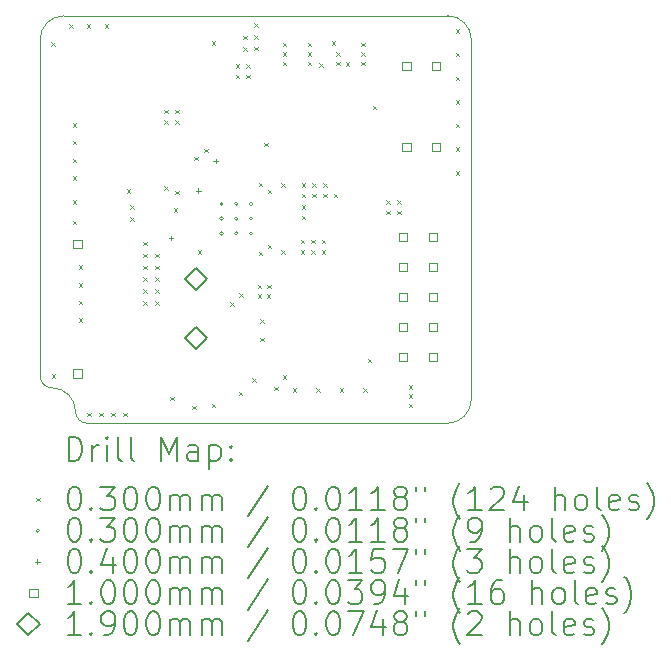
<source format=gbr>
%TF.GenerationSoftware,KiCad,Pcbnew,7.0.1*%
%TF.CreationDate,2023-07-09T15:15:46+02:00*%
%TF.ProjectId,orion_power,6f72696f-6e5f-4706-9f77-65722e6b6963,rev?*%
%TF.SameCoordinates,Original*%
%TF.FileFunction,Drillmap*%
%TF.FilePolarity,Positive*%
%FSLAX45Y45*%
G04 Gerber Fmt 4.5, Leading zero omitted, Abs format (unit mm)*
G04 Created by KiCad (PCBNEW 7.0.1) date 2023-07-09 15:15:46*
%MOMM*%
%LPD*%
G01*
G04 APERTURE LIST*
%ADD10C,0.100000*%
%ADD11C,0.200000*%
%ADD12C,0.030000*%
%ADD13C,0.040000*%
%ADD14C,0.190000*%
G04 APERTURE END LIST*
D10*
X12097500Y-8377500D02*
X12097500Y-5327500D01*
X8447500Y-5327500D02*
X8447500Y-8177500D01*
X8647500Y-5127500D02*
G75*
G03*
X8447500Y-5327500I0J-200000D01*
G01*
X8447500Y-8177500D02*
G75*
G03*
X8547500Y-8277500I100000J0D01*
G01*
X8847500Y-8577500D02*
X10937500Y-8577500D01*
X11897500Y-8577500D02*
G75*
G03*
X12097500Y-8377500I0J200000D01*
G01*
X12097500Y-5327500D02*
G75*
G03*
X11897500Y-5127500I-200000J0D01*
G01*
X8747500Y-8477500D02*
G75*
G03*
X8847500Y-8577500I100000J0D01*
G01*
X10937500Y-8577500D02*
X11897500Y-8577500D01*
X8747500Y-8477500D02*
G75*
G03*
X8547500Y-8277500I-200000J0D01*
G01*
X10937500Y-5127500D02*
X11897500Y-5127500D01*
X10937500Y-5127500D02*
X8647500Y-5127500D01*
D11*
D12*
X8542500Y-5352500D02*
X8572500Y-5382500D01*
X8572500Y-5352500D02*
X8542500Y-5382500D01*
X8547500Y-8162500D02*
X8577500Y-8192500D01*
X8577500Y-8162500D02*
X8547500Y-8192500D01*
X8692500Y-5200000D02*
X8722500Y-5230000D01*
X8722500Y-5200000D02*
X8692500Y-5230000D01*
X8722500Y-6037500D02*
X8752500Y-6067500D01*
X8752500Y-6037500D02*
X8722500Y-6067500D01*
X8722500Y-6187500D02*
X8752500Y-6217500D01*
X8752500Y-6187500D02*
X8722500Y-6217500D01*
X8722500Y-6337500D02*
X8752500Y-6367500D01*
X8752500Y-6337500D02*
X8722500Y-6367500D01*
X8722500Y-6487500D02*
X8752500Y-6517500D01*
X8752500Y-6487500D02*
X8722500Y-6517500D01*
X8722500Y-6687500D02*
X8752500Y-6717500D01*
X8752500Y-6687500D02*
X8722500Y-6717500D01*
X8722500Y-6862500D02*
X8752500Y-6892500D01*
X8752500Y-6862500D02*
X8722500Y-6892500D01*
X8772500Y-7240000D02*
X8802500Y-7270000D01*
X8802500Y-7240000D02*
X8772500Y-7270000D01*
X8772500Y-7390000D02*
X8802500Y-7420000D01*
X8802500Y-7390000D02*
X8772500Y-7420000D01*
X8772500Y-7540000D02*
X8802500Y-7570000D01*
X8802500Y-7540000D02*
X8772500Y-7570000D01*
X8772500Y-7690000D02*
X8802500Y-7720000D01*
X8802500Y-7690000D02*
X8772500Y-7720000D01*
X8842500Y-5200000D02*
X8872500Y-5230000D01*
X8872500Y-5200000D02*
X8842500Y-5230000D01*
X8847500Y-8487500D02*
X8877500Y-8517500D01*
X8877500Y-8487500D02*
X8847500Y-8517500D01*
X8950000Y-8487500D02*
X8980000Y-8517500D01*
X8980000Y-8487500D02*
X8950000Y-8517500D01*
X8992500Y-5200000D02*
X9022500Y-5230000D01*
X9022500Y-5200000D02*
X8992500Y-5230000D01*
X9050000Y-8487500D02*
X9080000Y-8517500D01*
X9080000Y-8487500D02*
X9050000Y-8517500D01*
X9150000Y-8487500D02*
X9180000Y-8517500D01*
X9180000Y-8487500D02*
X9150000Y-8517500D01*
X9180000Y-6597500D02*
X9210000Y-6627500D01*
X9210000Y-6597500D02*
X9180000Y-6627500D01*
X9212500Y-6732500D02*
X9242500Y-6762500D01*
X9242500Y-6732500D02*
X9212500Y-6762500D01*
X9212500Y-6832500D02*
X9242500Y-6862500D01*
X9242500Y-6832500D02*
X9212500Y-6862500D01*
X9320000Y-7042500D02*
X9350000Y-7072500D01*
X9350000Y-7042500D02*
X9320000Y-7072500D01*
X9320000Y-7142500D02*
X9350000Y-7172500D01*
X9350000Y-7142500D02*
X9320000Y-7172500D01*
X9320000Y-7242500D02*
X9350000Y-7272500D01*
X9350000Y-7242500D02*
X9320000Y-7272500D01*
X9320000Y-7342500D02*
X9350000Y-7372500D01*
X9350000Y-7342500D02*
X9320000Y-7372500D01*
X9320000Y-7442500D02*
X9350000Y-7472500D01*
X9350000Y-7442500D02*
X9320000Y-7472500D01*
X9320000Y-7542500D02*
X9350000Y-7572500D01*
X9350000Y-7542500D02*
X9320000Y-7572500D01*
X9420000Y-7142500D02*
X9450000Y-7172500D01*
X9450000Y-7142500D02*
X9420000Y-7172500D01*
X9420000Y-7242500D02*
X9450000Y-7272500D01*
X9450000Y-7242500D02*
X9420000Y-7272500D01*
X9420000Y-7342500D02*
X9450000Y-7372500D01*
X9450000Y-7342500D02*
X9420000Y-7372500D01*
X9420000Y-7442500D02*
X9450000Y-7472500D01*
X9450000Y-7442500D02*
X9420000Y-7472500D01*
X9420000Y-7542500D02*
X9450000Y-7572500D01*
X9450000Y-7542500D02*
X9420000Y-7572500D01*
X9500000Y-5922500D02*
X9530000Y-5952500D01*
X9530000Y-5922500D02*
X9500000Y-5952500D01*
X9500000Y-6012500D02*
X9530000Y-6042500D01*
X9530000Y-6012500D02*
X9500000Y-6042500D01*
X9500000Y-6572500D02*
X9530000Y-6602500D01*
X9530000Y-6572500D02*
X9500000Y-6602500D01*
X9550131Y-8353122D02*
X9580131Y-8383122D01*
X9580131Y-8353122D02*
X9550131Y-8383122D01*
X9577500Y-6757500D02*
X9607500Y-6787500D01*
X9607500Y-6757500D02*
X9577500Y-6787500D01*
X9589950Y-6608635D02*
X9619950Y-6638635D01*
X9619950Y-6608635D02*
X9589950Y-6638635D01*
X9590000Y-5922500D02*
X9620000Y-5952500D01*
X9620000Y-5922500D02*
X9590000Y-5952500D01*
X9590000Y-6012500D02*
X9620000Y-6042500D01*
X9620000Y-6012500D02*
X9590000Y-6042500D01*
X9737450Y-8430000D02*
X9767450Y-8460000D01*
X9767450Y-8430000D02*
X9737450Y-8460000D01*
X9752500Y-6322500D02*
X9782500Y-6352500D01*
X9782500Y-6322500D02*
X9752500Y-6352500D01*
X9782500Y-7112500D02*
X9812500Y-7142500D01*
X9812500Y-7112500D02*
X9782500Y-7142500D01*
X9837500Y-6252500D02*
X9867500Y-6282500D01*
X9867500Y-6252500D02*
X9837500Y-6282500D01*
X9899950Y-8412450D02*
X9929950Y-8442450D01*
X9929950Y-8412450D02*
X9899950Y-8442450D01*
X9900000Y-5345000D02*
X9930000Y-5375000D01*
X9930000Y-5345000D02*
X9900000Y-5375000D01*
X10057500Y-7552500D02*
X10087500Y-7582500D01*
X10087500Y-7552500D02*
X10057500Y-7582500D01*
X10102500Y-5537500D02*
X10132500Y-5567500D01*
X10132500Y-5537500D02*
X10102500Y-5567500D01*
X10102500Y-5627500D02*
X10132500Y-5657500D01*
X10132500Y-5627500D02*
X10102500Y-5657500D01*
X10128750Y-8308913D02*
X10158750Y-8338913D01*
X10158750Y-8308913D02*
X10128750Y-8338913D01*
X10135000Y-7475000D02*
X10165000Y-7505000D01*
X10165000Y-7475000D02*
X10135000Y-7505000D01*
X10167500Y-5295000D02*
X10197500Y-5325000D01*
X10197500Y-5295000D02*
X10167500Y-5325000D01*
X10167500Y-5392500D02*
X10197500Y-5422500D01*
X10197500Y-5392500D02*
X10167500Y-5422500D01*
X10192500Y-5537500D02*
X10222500Y-5567500D01*
X10222500Y-5537500D02*
X10192500Y-5567500D01*
X10192500Y-5627500D02*
X10222500Y-5657500D01*
X10222500Y-5627500D02*
X10192500Y-5657500D01*
X10242500Y-8195000D02*
X10272500Y-8225000D01*
X10272500Y-8195000D02*
X10242500Y-8225000D01*
X10260000Y-5190000D02*
X10290000Y-5220000D01*
X10290000Y-5190000D02*
X10260000Y-5220000D01*
X10260000Y-5292500D02*
X10290000Y-5322500D01*
X10290000Y-5292500D02*
X10260000Y-5322500D01*
X10260000Y-5390000D02*
X10290000Y-5420000D01*
X10290000Y-5390000D02*
X10260000Y-5420000D01*
X10290000Y-7405000D02*
X10320000Y-7435000D01*
X10320000Y-7405000D02*
X10290000Y-7435000D01*
X10290000Y-7485000D02*
X10320000Y-7515000D01*
X10320000Y-7485000D02*
X10290000Y-7515000D01*
X10296500Y-7124500D02*
X10326500Y-7154500D01*
X10326500Y-7124500D02*
X10296500Y-7154500D01*
X10299000Y-6539500D02*
X10329000Y-6569500D01*
X10329000Y-6539500D02*
X10299000Y-6569500D01*
X10312500Y-7697500D02*
X10342500Y-7727500D01*
X10342500Y-7697500D02*
X10312500Y-7727500D01*
X10312500Y-7852500D02*
X10342500Y-7882500D01*
X10342500Y-7852500D02*
X10312500Y-7882500D01*
X10344000Y-6202000D02*
X10374000Y-6232000D01*
X10374000Y-6202000D02*
X10344000Y-6232000D01*
X10367500Y-7485000D02*
X10397500Y-7515000D01*
X10397500Y-7485000D02*
X10367500Y-7515000D01*
X10370000Y-7405000D02*
X10400000Y-7435000D01*
X10400000Y-7405000D02*
X10370000Y-7435000D01*
X10375000Y-6600000D02*
X10405000Y-6630000D01*
X10405000Y-6600000D02*
X10375000Y-6630000D01*
X10375000Y-7067500D02*
X10405000Y-7097500D01*
X10405000Y-7067500D02*
X10375000Y-7097500D01*
X10427500Y-8267500D02*
X10457500Y-8297500D01*
X10457500Y-8267500D02*
X10427500Y-8297500D01*
X10489000Y-6544500D02*
X10519000Y-6574500D01*
X10519000Y-6544500D02*
X10489000Y-6574500D01*
X10489000Y-7114500D02*
X10519000Y-7144500D01*
X10519000Y-7114500D02*
X10489000Y-7144500D01*
X10500000Y-5355000D02*
X10530000Y-5385000D01*
X10530000Y-5355000D02*
X10500000Y-5385000D01*
X10500000Y-5435000D02*
X10530000Y-5465000D01*
X10530000Y-5435000D02*
X10500000Y-5465000D01*
X10500000Y-5517500D02*
X10530000Y-5547500D01*
X10530000Y-5517500D02*
X10500000Y-5547500D01*
X10502500Y-8172500D02*
X10532500Y-8202500D01*
X10532500Y-8172500D02*
X10502500Y-8202500D01*
X10585000Y-8282500D02*
X10615000Y-8312500D01*
X10615000Y-8282500D02*
X10585000Y-8312500D01*
X10652500Y-7024500D02*
X10682500Y-7054500D01*
X10682500Y-7024500D02*
X10652500Y-7054500D01*
X10652500Y-7114500D02*
X10682500Y-7144500D01*
X10682500Y-7114500D02*
X10652500Y-7144500D01*
X10662500Y-6544500D02*
X10692500Y-6574500D01*
X10692500Y-6544500D02*
X10662500Y-6574500D01*
X10662500Y-6634500D02*
X10692500Y-6664500D01*
X10692500Y-6634500D02*
X10662500Y-6664500D01*
X10662500Y-6732500D02*
X10692500Y-6762500D01*
X10692500Y-6732500D02*
X10662500Y-6762500D01*
X10662500Y-6822500D02*
X10692500Y-6852500D01*
X10692500Y-6822500D02*
X10662500Y-6852500D01*
X10712500Y-5355000D02*
X10742500Y-5385000D01*
X10742500Y-5355000D02*
X10712500Y-5385000D01*
X10712500Y-5435000D02*
X10742500Y-5465000D01*
X10742500Y-5435000D02*
X10712500Y-5465000D01*
X10712500Y-5517500D02*
X10742500Y-5547500D01*
X10742500Y-5517500D02*
X10712500Y-5547500D01*
X10742500Y-7024500D02*
X10772500Y-7054500D01*
X10772500Y-7024500D02*
X10742500Y-7054500D01*
X10742500Y-7114500D02*
X10772500Y-7144500D01*
X10772500Y-7114500D02*
X10742500Y-7144500D01*
X10752500Y-6544500D02*
X10782500Y-6574500D01*
X10782500Y-6544500D02*
X10752500Y-6574500D01*
X10752500Y-6634500D02*
X10782500Y-6664500D01*
X10782500Y-6634500D02*
X10752500Y-6664500D01*
X10785000Y-8282500D02*
X10815000Y-8312500D01*
X10815000Y-8282500D02*
X10785000Y-8312500D01*
X10812491Y-5530085D02*
X10842491Y-5560085D01*
X10842491Y-5530085D02*
X10812491Y-5560085D01*
X10832500Y-7024500D02*
X10862500Y-7054500D01*
X10862500Y-7024500D02*
X10832500Y-7054500D01*
X10832500Y-7114500D02*
X10862500Y-7144500D01*
X10862500Y-7114500D02*
X10832500Y-7144500D01*
X10842500Y-6544500D02*
X10872500Y-6574500D01*
X10872500Y-6544500D02*
X10842500Y-6574500D01*
X10842500Y-6634500D02*
X10872500Y-6664500D01*
X10872500Y-6634500D02*
X10842500Y-6664500D01*
X10915581Y-5343396D02*
X10945581Y-5373396D01*
X10945581Y-5343396D02*
X10915581Y-5373396D01*
X10932500Y-6634500D02*
X10962500Y-6664500D01*
X10962500Y-6634500D02*
X10932500Y-6664500D01*
X10952500Y-5435000D02*
X10982500Y-5465000D01*
X10982500Y-5435000D02*
X10952500Y-5465000D01*
X10952500Y-5517500D02*
X10982500Y-5547500D01*
X10982500Y-5517500D02*
X10952500Y-5547500D01*
X10985000Y-8282500D02*
X11015000Y-8312500D01*
X11015000Y-8282500D02*
X10985000Y-8312500D01*
X11036000Y-5519000D02*
X11066000Y-5549000D01*
X11066000Y-5519000D02*
X11036000Y-5549000D01*
X11165000Y-5355000D02*
X11195000Y-5385000D01*
X11195000Y-5355000D02*
X11165000Y-5385000D01*
X11165000Y-5435000D02*
X11195000Y-5465000D01*
X11195000Y-5435000D02*
X11165000Y-5465000D01*
X11165000Y-5517500D02*
X11195000Y-5547500D01*
X11195000Y-5517500D02*
X11165000Y-5547500D01*
X11185000Y-8282500D02*
X11215000Y-8312500D01*
X11215000Y-8282500D02*
X11185000Y-8312500D01*
X11222500Y-8032500D02*
X11252500Y-8062500D01*
X11252500Y-8032500D02*
X11222500Y-8062500D01*
X11262500Y-5887500D02*
X11292500Y-5917500D01*
X11292500Y-5887500D02*
X11262500Y-5917500D01*
X11379500Y-6689500D02*
X11409500Y-6719500D01*
X11409500Y-6689500D02*
X11379500Y-6719500D01*
X11379500Y-6779500D02*
X11409500Y-6809500D01*
X11409500Y-6779500D02*
X11379500Y-6809500D01*
X11472500Y-6690000D02*
X11502500Y-6720000D01*
X11502500Y-6690000D02*
X11472500Y-6720000D01*
X11472500Y-6780000D02*
X11502500Y-6810000D01*
X11502500Y-6780000D02*
X11472500Y-6810000D01*
X11567500Y-8255000D02*
X11597500Y-8285000D01*
X11597500Y-8255000D02*
X11567500Y-8285000D01*
X11567500Y-8332500D02*
X11597500Y-8362500D01*
X11597500Y-8332500D02*
X11567500Y-8362500D01*
X11567500Y-8412500D02*
X11597500Y-8442500D01*
X11597500Y-8412500D02*
X11567500Y-8442500D01*
X11967500Y-5242500D02*
X11997500Y-5272500D01*
X11997500Y-5242500D02*
X11967500Y-5272500D01*
X11967500Y-5442500D02*
X11997500Y-5472500D01*
X11997500Y-5442500D02*
X11967500Y-5472500D01*
X11967500Y-5642500D02*
X11997500Y-5672500D01*
X11997500Y-5642500D02*
X11967500Y-5672500D01*
X11967500Y-5842500D02*
X11997500Y-5872500D01*
X11997500Y-5842500D02*
X11967500Y-5872500D01*
X11967500Y-6042500D02*
X11997500Y-6072500D01*
X11997500Y-6042500D02*
X11967500Y-6072500D01*
X11967500Y-6242500D02*
X11997500Y-6272500D01*
X11997500Y-6242500D02*
X11967500Y-6272500D01*
X11967500Y-6442500D02*
X11997500Y-6472500D01*
X11997500Y-6442500D02*
X11967500Y-6472500D01*
X9997500Y-6720500D02*
G75*
G03*
X9997500Y-6720500I-15000J0D01*
G01*
X9997500Y-6845500D02*
G75*
G03*
X9997500Y-6845500I-15000J0D01*
G01*
X9997500Y-6970500D02*
G75*
G03*
X9997500Y-6970500I-15000J0D01*
G01*
X10122500Y-6720500D02*
G75*
G03*
X10122500Y-6720500I-15000J0D01*
G01*
X10122500Y-6845500D02*
G75*
G03*
X10122500Y-6845500I-15000J0D01*
G01*
X10122500Y-6970500D02*
G75*
G03*
X10122500Y-6970500I-15000J0D01*
G01*
X10247500Y-6720500D02*
G75*
G03*
X10247500Y-6720500I-15000J0D01*
G01*
X10247500Y-6845500D02*
G75*
G03*
X10247500Y-6845500I-15000J0D01*
G01*
X10247500Y-6970500D02*
G75*
G03*
X10247500Y-6970500I-15000J0D01*
G01*
D13*
X9555000Y-6990000D02*
X9555000Y-7030000D01*
X9535000Y-7010000D02*
X9575000Y-7010000D01*
X9787500Y-6587500D02*
X9787500Y-6627500D01*
X9767500Y-6607500D02*
X9807500Y-6607500D01*
X9932500Y-6337612D02*
X9932500Y-6377612D01*
X9912500Y-6357612D02*
X9952500Y-6357612D01*
D10*
X8800356Y-7092856D02*
X8800356Y-7022144D01*
X8729644Y-7022144D01*
X8729644Y-7092856D01*
X8800356Y-7092856D01*
X8800356Y-8192856D02*
X8800356Y-8122144D01*
X8729644Y-8122144D01*
X8729644Y-8192856D01*
X8800356Y-8192856D01*
X11555356Y-7034856D02*
X11555356Y-6964144D01*
X11484644Y-6964144D01*
X11484644Y-7034856D01*
X11555356Y-7034856D01*
X11555356Y-7288856D02*
X11555356Y-7218144D01*
X11484644Y-7218144D01*
X11484644Y-7288856D01*
X11555356Y-7288856D01*
X11555356Y-7542856D02*
X11555356Y-7472144D01*
X11484644Y-7472144D01*
X11484644Y-7542856D01*
X11555356Y-7542856D01*
X11555356Y-7796856D02*
X11555356Y-7726144D01*
X11484644Y-7726144D01*
X11484644Y-7796856D01*
X11555356Y-7796856D01*
X11555356Y-8050856D02*
X11555356Y-7980144D01*
X11484644Y-7980144D01*
X11484644Y-8050856D01*
X11555356Y-8050856D01*
X11585356Y-5587856D02*
X11585356Y-5517144D01*
X11514644Y-5517144D01*
X11514644Y-5587856D01*
X11585356Y-5587856D01*
X11585356Y-6272856D02*
X11585356Y-6202144D01*
X11514644Y-6202144D01*
X11514644Y-6272856D01*
X11585356Y-6272856D01*
X11809356Y-7034856D02*
X11809356Y-6964144D01*
X11738644Y-6964144D01*
X11738644Y-7034856D01*
X11809356Y-7034856D01*
X11809356Y-7288856D02*
X11809356Y-7218144D01*
X11738644Y-7218144D01*
X11738644Y-7288856D01*
X11809356Y-7288856D01*
X11809356Y-7542856D02*
X11809356Y-7472144D01*
X11738644Y-7472144D01*
X11738644Y-7542856D01*
X11809356Y-7542856D01*
X11809356Y-7796856D02*
X11809356Y-7726144D01*
X11738644Y-7726144D01*
X11738644Y-7796856D01*
X11809356Y-7796856D01*
X11809356Y-8050856D02*
X11809356Y-7980144D01*
X11738644Y-7980144D01*
X11738644Y-8050856D01*
X11809356Y-8050856D01*
X11835356Y-5587856D02*
X11835356Y-5517144D01*
X11764644Y-5517144D01*
X11764644Y-5587856D01*
X11835356Y-5587856D01*
X11835356Y-6272856D02*
X11835356Y-6202144D01*
X11764644Y-6202144D01*
X11764644Y-6272856D01*
X11835356Y-6272856D01*
D14*
X9765000Y-7452500D02*
X9860000Y-7357500D01*
X9765000Y-7262500D01*
X9670000Y-7357500D01*
X9765000Y-7452500D01*
X9765000Y-7952500D02*
X9860000Y-7857500D01*
X9765000Y-7762500D01*
X9670000Y-7857500D01*
X9765000Y-7952500D01*
D11*
X8690119Y-8895024D02*
X8690119Y-8695024D01*
X8690119Y-8695024D02*
X8737738Y-8695024D01*
X8737738Y-8695024D02*
X8766309Y-8704548D01*
X8766309Y-8704548D02*
X8785357Y-8723595D01*
X8785357Y-8723595D02*
X8794881Y-8742643D01*
X8794881Y-8742643D02*
X8804405Y-8780738D01*
X8804405Y-8780738D02*
X8804405Y-8809310D01*
X8804405Y-8809310D02*
X8794881Y-8847405D01*
X8794881Y-8847405D02*
X8785357Y-8866452D01*
X8785357Y-8866452D02*
X8766309Y-8885500D01*
X8766309Y-8885500D02*
X8737738Y-8895024D01*
X8737738Y-8895024D02*
X8690119Y-8895024D01*
X8890119Y-8895024D02*
X8890119Y-8761690D01*
X8890119Y-8799786D02*
X8899643Y-8780738D01*
X8899643Y-8780738D02*
X8909167Y-8771214D01*
X8909167Y-8771214D02*
X8928214Y-8761690D01*
X8928214Y-8761690D02*
X8947262Y-8761690D01*
X9013928Y-8895024D02*
X9013928Y-8761690D01*
X9013928Y-8695024D02*
X9004405Y-8704548D01*
X9004405Y-8704548D02*
X9013928Y-8714071D01*
X9013928Y-8714071D02*
X9023452Y-8704548D01*
X9023452Y-8704548D02*
X9013928Y-8695024D01*
X9013928Y-8695024D02*
X9013928Y-8714071D01*
X9137738Y-8895024D02*
X9118690Y-8885500D01*
X9118690Y-8885500D02*
X9109167Y-8866452D01*
X9109167Y-8866452D02*
X9109167Y-8695024D01*
X9242500Y-8895024D02*
X9223452Y-8885500D01*
X9223452Y-8885500D02*
X9213928Y-8866452D01*
X9213928Y-8866452D02*
X9213928Y-8695024D01*
X9471071Y-8895024D02*
X9471071Y-8695024D01*
X9471071Y-8695024D02*
X9537738Y-8837881D01*
X9537738Y-8837881D02*
X9604405Y-8695024D01*
X9604405Y-8695024D02*
X9604405Y-8895024D01*
X9785357Y-8895024D02*
X9785357Y-8790262D01*
X9785357Y-8790262D02*
X9775833Y-8771214D01*
X9775833Y-8771214D02*
X9756786Y-8761690D01*
X9756786Y-8761690D02*
X9718690Y-8761690D01*
X9718690Y-8761690D02*
X9699643Y-8771214D01*
X9785357Y-8885500D02*
X9766309Y-8895024D01*
X9766309Y-8895024D02*
X9718690Y-8895024D01*
X9718690Y-8895024D02*
X9699643Y-8885500D01*
X9699643Y-8885500D02*
X9690119Y-8866452D01*
X9690119Y-8866452D02*
X9690119Y-8847405D01*
X9690119Y-8847405D02*
X9699643Y-8828357D01*
X9699643Y-8828357D02*
X9718690Y-8818833D01*
X9718690Y-8818833D02*
X9766309Y-8818833D01*
X9766309Y-8818833D02*
X9785357Y-8809310D01*
X9880595Y-8761690D02*
X9880595Y-8961690D01*
X9880595Y-8771214D02*
X9899643Y-8761690D01*
X9899643Y-8761690D02*
X9937738Y-8761690D01*
X9937738Y-8761690D02*
X9956786Y-8771214D01*
X9956786Y-8771214D02*
X9966309Y-8780738D01*
X9966309Y-8780738D02*
X9975833Y-8799786D01*
X9975833Y-8799786D02*
X9975833Y-8856929D01*
X9975833Y-8856929D02*
X9966309Y-8875976D01*
X9966309Y-8875976D02*
X9956786Y-8885500D01*
X9956786Y-8885500D02*
X9937738Y-8895024D01*
X9937738Y-8895024D02*
X9899643Y-8895024D01*
X9899643Y-8895024D02*
X9880595Y-8885500D01*
X10061548Y-8875976D02*
X10071071Y-8885500D01*
X10071071Y-8885500D02*
X10061548Y-8895024D01*
X10061548Y-8895024D02*
X10052024Y-8885500D01*
X10052024Y-8885500D02*
X10061548Y-8875976D01*
X10061548Y-8875976D02*
X10061548Y-8895024D01*
X10061548Y-8771214D02*
X10071071Y-8780738D01*
X10071071Y-8780738D02*
X10061548Y-8790262D01*
X10061548Y-8790262D02*
X10052024Y-8780738D01*
X10052024Y-8780738D02*
X10061548Y-8771214D01*
X10061548Y-8771214D02*
X10061548Y-8790262D01*
D12*
X8412500Y-9207500D02*
X8442500Y-9237500D01*
X8442500Y-9207500D02*
X8412500Y-9237500D01*
D11*
X8728214Y-9115024D02*
X8747262Y-9115024D01*
X8747262Y-9115024D02*
X8766309Y-9124548D01*
X8766309Y-9124548D02*
X8775833Y-9134071D01*
X8775833Y-9134071D02*
X8785357Y-9153119D01*
X8785357Y-9153119D02*
X8794881Y-9191214D01*
X8794881Y-9191214D02*
X8794881Y-9238833D01*
X8794881Y-9238833D02*
X8785357Y-9276929D01*
X8785357Y-9276929D02*
X8775833Y-9295976D01*
X8775833Y-9295976D02*
X8766309Y-9305500D01*
X8766309Y-9305500D02*
X8747262Y-9315024D01*
X8747262Y-9315024D02*
X8728214Y-9315024D01*
X8728214Y-9315024D02*
X8709167Y-9305500D01*
X8709167Y-9305500D02*
X8699643Y-9295976D01*
X8699643Y-9295976D02*
X8690119Y-9276929D01*
X8690119Y-9276929D02*
X8680595Y-9238833D01*
X8680595Y-9238833D02*
X8680595Y-9191214D01*
X8680595Y-9191214D02*
X8690119Y-9153119D01*
X8690119Y-9153119D02*
X8699643Y-9134071D01*
X8699643Y-9134071D02*
X8709167Y-9124548D01*
X8709167Y-9124548D02*
X8728214Y-9115024D01*
X8880595Y-9295976D02*
X8890119Y-9305500D01*
X8890119Y-9305500D02*
X8880595Y-9315024D01*
X8880595Y-9315024D02*
X8871071Y-9305500D01*
X8871071Y-9305500D02*
X8880595Y-9295976D01*
X8880595Y-9295976D02*
X8880595Y-9315024D01*
X8956786Y-9115024D02*
X9080595Y-9115024D01*
X9080595Y-9115024D02*
X9013928Y-9191214D01*
X9013928Y-9191214D02*
X9042500Y-9191214D01*
X9042500Y-9191214D02*
X9061548Y-9200738D01*
X9061548Y-9200738D02*
X9071071Y-9210262D01*
X9071071Y-9210262D02*
X9080595Y-9229310D01*
X9080595Y-9229310D02*
X9080595Y-9276929D01*
X9080595Y-9276929D02*
X9071071Y-9295976D01*
X9071071Y-9295976D02*
X9061548Y-9305500D01*
X9061548Y-9305500D02*
X9042500Y-9315024D01*
X9042500Y-9315024D02*
X8985357Y-9315024D01*
X8985357Y-9315024D02*
X8966309Y-9305500D01*
X8966309Y-9305500D02*
X8956786Y-9295976D01*
X9204405Y-9115024D02*
X9223452Y-9115024D01*
X9223452Y-9115024D02*
X9242500Y-9124548D01*
X9242500Y-9124548D02*
X9252024Y-9134071D01*
X9252024Y-9134071D02*
X9261548Y-9153119D01*
X9261548Y-9153119D02*
X9271071Y-9191214D01*
X9271071Y-9191214D02*
X9271071Y-9238833D01*
X9271071Y-9238833D02*
X9261548Y-9276929D01*
X9261548Y-9276929D02*
X9252024Y-9295976D01*
X9252024Y-9295976D02*
X9242500Y-9305500D01*
X9242500Y-9305500D02*
X9223452Y-9315024D01*
X9223452Y-9315024D02*
X9204405Y-9315024D01*
X9204405Y-9315024D02*
X9185357Y-9305500D01*
X9185357Y-9305500D02*
X9175833Y-9295976D01*
X9175833Y-9295976D02*
X9166309Y-9276929D01*
X9166309Y-9276929D02*
X9156786Y-9238833D01*
X9156786Y-9238833D02*
X9156786Y-9191214D01*
X9156786Y-9191214D02*
X9166309Y-9153119D01*
X9166309Y-9153119D02*
X9175833Y-9134071D01*
X9175833Y-9134071D02*
X9185357Y-9124548D01*
X9185357Y-9124548D02*
X9204405Y-9115024D01*
X9394881Y-9115024D02*
X9413929Y-9115024D01*
X9413929Y-9115024D02*
X9432976Y-9124548D01*
X9432976Y-9124548D02*
X9442500Y-9134071D01*
X9442500Y-9134071D02*
X9452024Y-9153119D01*
X9452024Y-9153119D02*
X9461548Y-9191214D01*
X9461548Y-9191214D02*
X9461548Y-9238833D01*
X9461548Y-9238833D02*
X9452024Y-9276929D01*
X9452024Y-9276929D02*
X9442500Y-9295976D01*
X9442500Y-9295976D02*
X9432976Y-9305500D01*
X9432976Y-9305500D02*
X9413929Y-9315024D01*
X9413929Y-9315024D02*
X9394881Y-9315024D01*
X9394881Y-9315024D02*
X9375833Y-9305500D01*
X9375833Y-9305500D02*
X9366309Y-9295976D01*
X9366309Y-9295976D02*
X9356786Y-9276929D01*
X9356786Y-9276929D02*
X9347262Y-9238833D01*
X9347262Y-9238833D02*
X9347262Y-9191214D01*
X9347262Y-9191214D02*
X9356786Y-9153119D01*
X9356786Y-9153119D02*
X9366309Y-9134071D01*
X9366309Y-9134071D02*
X9375833Y-9124548D01*
X9375833Y-9124548D02*
X9394881Y-9115024D01*
X9547262Y-9315024D02*
X9547262Y-9181690D01*
X9547262Y-9200738D02*
X9556786Y-9191214D01*
X9556786Y-9191214D02*
X9575833Y-9181690D01*
X9575833Y-9181690D02*
X9604405Y-9181690D01*
X9604405Y-9181690D02*
X9623452Y-9191214D01*
X9623452Y-9191214D02*
X9632976Y-9210262D01*
X9632976Y-9210262D02*
X9632976Y-9315024D01*
X9632976Y-9210262D02*
X9642500Y-9191214D01*
X9642500Y-9191214D02*
X9661548Y-9181690D01*
X9661548Y-9181690D02*
X9690119Y-9181690D01*
X9690119Y-9181690D02*
X9709167Y-9191214D01*
X9709167Y-9191214D02*
X9718690Y-9210262D01*
X9718690Y-9210262D02*
X9718690Y-9315024D01*
X9813929Y-9315024D02*
X9813929Y-9181690D01*
X9813929Y-9200738D02*
X9823452Y-9191214D01*
X9823452Y-9191214D02*
X9842500Y-9181690D01*
X9842500Y-9181690D02*
X9871071Y-9181690D01*
X9871071Y-9181690D02*
X9890119Y-9191214D01*
X9890119Y-9191214D02*
X9899643Y-9210262D01*
X9899643Y-9210262D02*
X9899643Y-9315024D01*
X9899643Y-9210262D02*
X9909167Y-9191214D01*
X9909167Y-9191214D02*
X9928214Y-9181690D01*
X9928214Y-9181690D02*
X9956786Y-9181690D01*
X9956786Y-9181690D02*
X9975833Y-9191214D01*
X9975833Y-9191214D02*
X9985357Y-9210262D01*
X9985357Y-9210262D02*
X9985357Y-9315024D01*
X10375833Y-9105500D02*
X10204405Y-9362643D01*
X10632976Y-9115024D02*
X10652024Y-9115024D01*
X10652024Y-9115024D02*
X10671072Y-9124548D01*
X10671072Y-9124548D02*
X10680595Y-9134071D01*
X10680595Y-9134071D02*
X10690119Y-9153119D01*
X10690119Y-9153119D02*
X10699643Y-9191214D01*
X10699643Y-9191214D02*
X10699643Y-9238833D01*
X10699643Y-9238833D02*
X10690119Y-9276929D01*
X10690119Y-9276929D02*
X10680595Y-9295976D01*
X10680595Y-9295976D02*
X10671072Y-9305500D01*
X10671072Y-9305500D02*
X10652024Y-9315024D01*
X10652024Y-9315024D02*
X10632976Y-9315024D01*
X10632976Y-9315024D02*
X10613929Y-9305500D01*
X10613929Y-9305500D02*
X10604405Y-9295976D01*
X10604405Y-9295976D02*
X10594881Y-9276929D01*
X10594881Y-9276929D02*
X10585357Y-9238833D01*
X10585357Y-9238833D02*
X10585357Y-9191214D01*
X10585357Y-9191214D02*
X10594881Y-9153119D01*
X10594881Y-9153119D02*
X10604405Y-9134071D01*
X10604405Y-9134071D02*
X10613929Y-9124548D01*
X10613929Y-9124548D02*
X10632976Y-9115024D01*
X10785357Y-9295976D02*
X10794881Y-9305500D01*
X10794881Y-9305500D02*
X10785357Y-9315024D01*
X10785357Y-9315024D02*
X10775833Y-9305500D01*
X10775833Y-9305500D02*
X10785357Y-9295976D01*
X10785357Y-9295976D02*
X10785357Y-9315024D01*
X10918691Y-9115024D02*
X10937738Y-9115024D01*
X10937738Y-9115024D02*
X10956786Y-9124548D01*
X10956786Y-9124548D02*
X10966310Y-9134071D01*
X10966310Y-9134071D02*
X10975833Y-9153119D01*
X10975833Y-9153119D02*
X10985357Y-9191214D01*
X10985357Y-9191214D02*
X10985357Y-9238833D01*
X10985357Y-9238833D02*
X10975833Y-9276929D01*
X10975833Y-9276929D02*
X10966310Y-9295976D01*
X10966310Y-9295976D02*
X10956786Y-9305500D01*
X10956786Y-9305500D02*
X10937738Y-9315024D01*
X10937738Y-9315024D02*
X10918691Y-9315024D01*
X10918691Y-9315024D02*
X10899643Y-9305500D01*
X10899643Y-9305500D02*
X10890119Y-9295976D01*
X10890119Y-9295976D02*
X10880595Y-9276929D01*
X10880595Y-9276929D02*
X10871072Y-9238833D01*
X10871072Y-9238833D02*
X10871072Y-9191214D01*
X10871072Y-9191214D02*
X10880595Y-9153119D01*
X10880595Y-9153119D02*
X10890119Y-9134071D01*
X10890119Y-9134071D02*
X10899643Y-9124548D01*
X10899643Y-9124548D02*
X10918691Y-9115024D01*
X11175833Y-9315024D02*
X11061548Y-9315024D01*
X11118691Y-9315024D02*
X11118691Y-9115024D01*
X11118691Y-9115024D02*
X11099643Y-9143595D01*
X11099643Y-9143595D02*
X11080595Y-9162643D01*
X11080595Y-9162643D02*
X11061548Y-9172167D01*
X11366310Y-9315024D02*
X11252024Y-9315024D01*
X11309167Y-9315024D02*
X11309167Y-9115024D01*
X11309167Y-9115024D02*
X11290119Y-9143595D01*
X11290119Y-9143595D02*
X11271071Y-9162643D01*
X11271071Y-9162643D02*
X11252024Y-9172167D01*
X11480595Y-9200738D02*
X11461548Y-9191214D01*
X11461548Y-9191214D02*
X11452024Y-9181690D01*
X11452024Y-9181690D02*
X11442500Y-9162643D01*
X11442500Y-9162643D02*
X11442500Y-9153119D01*
X11442500Y-9153119D02*
X11452024Y-9134071D01*
X11452024Y-9134071D02*
X11461548Y-9124548D01*
X11461548Y-9124548D02*
X11480595Y-9115024D01*
X11480595Y-9115024D02*
X11518691Y-9115024D01*
X11518691Y-9115024D02*
X11537738Y-9124548D01*
X11537738Y-9124548D02*
X11547262Y-9134071D01*
X11547262Y-9134071D02*
X11556786Y-9153119D01*
X11556786Y-9153119D02*
X11556786Y-9162643D01*
X11556786Y-9162643D02*
X11547262Y-9181690D01*
X11547262Y-9181690D02*
X11537738Y-9191214D01*
X11537738Y-9191214D02*
X11518691Y-9200738D01*
X11518691Y-9200738D02*
X11480595Y-9200738D01*
X11480595Y-9200738D02*
X11461548Y-9210262D01*
X11461548Y-9210262D02*
X11452024Y-9219786D01*
X11452024Y-9219786D02*
X11442500Y-9238833D01*
X11442500Y-9238833D02*
X11442500Y-9276929D01*
X11442500Y-9276929D02*
X11452024Y-9295976D01*
X11452024Y-9295976D02*
X11461548Y-9305500D01*
X11461548Y-9305500D02*
X11480595Y-9315024D01*
X11480595Y-9315024D02*
X11518691Y-9315024D01*
X11518691Y-9315024D02*
X11537738Y-9305500D01*
X11537738Y-9305500D02*
X11547262Y-9295976D01*
X11547262Y-9295976D02*
X11556786Y-9276929D01*
X11556786Y-9276929D02*
X11556786Y-9238833D01*
X11556786Y-9238833D02*
X11547262Y-9219786D01*
X11547262Y-9219786D02*
X11537738Y-9210262D01*
X11537738Y-9210262D02*
X11518691Y-9200738D01*
X11632976Y-9115024D02*
X11632976Y-9153119D01*
X11709167Y-9115024D02*
X11709167Y-9153119D01*
X12004405Y-9391214D02*
X11994881Y-9381690D01*
X11994881Y-9381690D02*
X11975833Y-9353119D01*
X11975833Y-9353119D02*
X11966310Y-9334071D01*
X11966310Y-9334071D02*
X11956786Y-9305500D01*
X11956786Y-9305500D02*
X11947262Y-9257881D01*
X11947262Y-9257881D02*
X11947262Y-9219786D01*
X11947262Y-9219786D02*
X11956786Y-9172167D01*
X11956786Y-9172167D02*
X11966310Y-9143595D01*
X11966310Y-9143595D02*
X11975833Y-9124548D01*
X11975833Y-9124548D02*
X11994881Y-9095976D01*
X11994881Y-9095976D02*
X12004405Y-9086452D01*
X12185357Y-9315024D02*
X12071072Y-9315024D01*
X12128214Y-9315024D02*
X12128214Y-9115024D01*
X12128214Y-9115024D02*
X12109167Y-9143595D01*
X12109167Y-9143595D02*
X12090119Y-9162643D01*
X12090119Y-9162643D02*
X12071072Y-9172167D01*
X12261548Y-9134071D02*
X12271072Y-9124548D01*
X12271072Y-9124548D02*
X12290119Y-9115024D01*
X12290119Y-9115024D02*
X12337738Y-9115024D01*
X12337738Y-9115024D02*
X12356786Y-9124548D01*
X12356786Y-9124548D02*
X12366310Y-9134071D01*
X12366310Y-9134071D02*
X12375833Y-9153119D01*
X12375833Y-9153119D02*
X12375833Y-9172167D01*
X12375833Y-9172167D02*
X12366310Y-9200738D01*
X12366310Y-9200738D02*
X12252024Y-9315024D01*
X12252024Y-9315024D02*
X12375833Y-9315024D01*
X12547262Y-9181690D02*
X12547262Y-9315024D01*
X12499643Y-9105500D02*
X12452024Y-9248357D01*
X12452024Y-9248357D02*
X12575833Y-9248357D01*
X12804405Y-9315024D02*
X12804405Y-9115024D01*
X12890119Y-9315024D02*
X12890119Y-9210262D01*
X12890119Y-9210262D02*
X12880595Y-9191214D01*
X12880595Y-9191214D02*
X12861548Y-9181690D01*
X12861548Y-9181690D02*
X12832976Y-9181690D01*
X12832976Y-9181690D02*
X12813929Y-9191214D01*
X12813929Y-9191214D02*
X12804405Y-9200738D01*
X13013929Y-9315024D02*
X12994881Y-9305500D01*
X12994881Y-9305500D02*
X12985357Y-9295976D01*
X12985357Y-9295976D02*
X12975834Y-9276929D01*
X12975834Y-9276929D02*
X12975834Y-9219786D01*
X12975834Y-9219786D02*
X12985357Y-9200738D01*
X12985357Y-9200738D02*
X12994881Y-9191214D01*
X12994881Y-9191214D02*
X13013929Y-9181690D01*
X13013929Y-9181690D02*
X13042500Y-9181690D01*
X13042500Y-9181690D02*
X13061548Y-9191214D01*
X13061548Y-9191214D02*
X13071072Y-9200738D01*
X13071072Y-9200738D02*
X13080595Y-9219786D01*
X13080595Y-9219786D02*
X13080595Y-9276929D01*
X13080595Y-9276929D02*
X13071072Y-9295976D01*
X13071072Y-9295976D02*
X13061548Y-9305500D01*
X13061548Y-9305500D02*
X13042500Y-9315024D01*
X13042500Y-9315024D02*
X13013929Y-9315024D01*
X13194881Y-9315024D02*
X13175834Y-9305500D01*
X13175834Y-9305500D02*
X13166310Y-9286452D01*
X13166310Y-9286452D02*
X13166310Y-9115024D01*
X13347262Y-9305500D02*
X13328215Y-9315024D01*
X13328215Y-9315024D02*
X13290119Y-9315024D01*
X13290119Y-9315024D02*
X13271072Y-9305500D01*
X13271072Y-9305500D02*
X13261548Y-9286452D01*
X13261548Y-9286452D02*
X13261548Y-9210262D01*
X13261548Y-9210262D02*
X13271072Y-9191214D01*
X13271072Y-9191214D02*
X13290119Y-9181690D01*
X13290119Y-9181690D02*
X13328215Y-9181690D01*
X13328215Y-9181690D02*
X13347262Y-9191214D01*
X13347262Y-9191214D02*
X13356786Y-9210262D01*
X13356786Y-9210262D02*
X13356786Y-9229310D01*
X13356786Y-9229310D02*
X13261548Y-9248357D01*
X13432976Y-9305500D02*
X13452024Y-9315024D01*
X13452024Y-9315024D02*
X13490119Y-9315024D01*
X13490119Y-9315024D02*
X13509167Y-9305500D01*
X13509167Y-9305500D02*
X13518691Y-9286452D01*
X13518691Y-9286452D02*
X13518691Y-9276929D01*
X13518691Y-9276929D02*
X13509167Y-9257881D01*
X13509167Y-9257881D02*
X13490119Y-9248357D01*
X13490119Y-9248357D02*
X13461548Y-9248357D01*
X13461548Y-9248357D02*
X13442500Y-9238833D01*
X13442500Y-9238833D02*
X13432976Y-9219786D01*
X13432976Y-9219786D02*
X13432976Y-9210262D01*
X13432976Y-9210262D02*
X13442500Y-9191214D01*
X13442500Y-9191214D02*
X13461548Y-9181690D01*
X13461548Y-9181690D02*
X13490119Y-9181690D01*
X13490119Y-9181690D02*
X13509167Y-9191214D01*
X13585357Y-9391214D02*
X13594881Y-9381690D01*
X13594881Y-9381690D02*
X13613929Y-9353119D01*
X13613929Y-9353119D02*
X13623453Y-9334071D01*
X13623453Y-9334071D02*
X13632976Y-9305500D01*
X13632976Y-9305500D02*
X13642500Y-9257881D01*
X13642500Y-9257881D02*
X13642500Y-9219786D01*
X13642500Y-9219786D02*
X13632976Y-9172167D01*
X13632976Y-9172167D02*
X13623453Y-9143595D01*
X13623453Y-9143595D02*
X13613929Y-9124548D01*
X13613929Y-9124548D02*
X13594881Y-9095976D01*
X13594881Y-9095976D02*
X13585357Y-9086452D01*
D12*
X8442500Y-9486500D02*
G75*
G03*
X8442500Y-9486500I-15000J0D01*
G01*
D11*
X8728214Y-9379024D02*
X8747262Y-9379024D01*
X8747262Y-9379024D02*
X8766309Y-9388548D01*
X8766309Y-9388548D02*
X8775833Y-9398071D01*
X8775833Y-9398071D02*
X8785357Y-9417119D01*
X8785357Y-9417119D02*
X8794881Y-9455214D01*
X8794881Y-9455214D02*
X8794881Y-9502833D01*
X8794881Y-9502833D02*
X8785357Y-9540929D01*
X8785357Y-9540929D02*
X8775833Y-9559976D01*
X8775833Y-9559976D02*
X8766309Y-9569500D01*
X8766309Y-9569500D02*
X8747262Y-9579024D01*
X8747262Y-9579024D02*
X8728214Y-9579024D01*
X8728214Y-9579024D02*
X8709167Y-9569500D01*
X8709167Y-9569500D02*
X8699643Y-9559976D01*
X8699643Y-9559976D02*
X8690119Y-9540929D01*
X8690119Y-9540929D02*
X8680595Y-9502833D01*
X8680595Y-9502833D02*
X8680595Y-9455214D01*
X8680595Y-9455214D02*
X8690119Y-9417119D01*
X8690119Y-9417119D02*
X8699643Y-9398071D01*
X8699643Y-9398071D02*
X8709167Y-9388548D01*
X8709167Y-9388548D02*
X8728214Y-9379024D01*
X8880595Y-9559976D02*
X8890119Y-9569500D01*
X8890119Y-9569500D02*
X8880595Y-9579024D01*
X8880595Y-9579024D02*
X8871071Y-9569500D01*
X8871071Y-9569500D02*
X8880595Y-9559976D01*
X8880595Y-9559976D02*
X8880595Y-9579024D01*
X8956786Y-9379024D02*
X9080595Y-9379024D01*
X9080595Y-9379024D02*
X9013928Y-9455214D01*
X9013928Y-9455214D02*
X9042500Y-9455214D01*
X9042500Y-9455214D02*
X9061548Y-9464738D01*
X9061548Y-9464738D02*
X9071071Y-9474262D01*
X9071071Y-9474262D02*
X9080595Y-9493310D01*
X9080595Y-9493310D02*
X9080595Y-9540929D01*
X9080595Y-9540929D02*
X9071071Y-9559976D01*
X9071071Y-9559976D02*
X9061548Y-9569500D01*
X9061548Y-9569500D02*
X9042500Y-9579024D01*
X9042500Y-9579024D02*
X8985357Y-9579024D01*
X8985357Y-9579024D02*
X8966309Y-9569500D01*
X8966309Y-9569500D02*
X8956786Y-9559976D01*
X9204405Y-9379024D02*
X9223452Y-9379024D01*
X9223452Y-9379024D02*
X9242500Y-9388548D01*
X9242500Y-9388548D02*
X9252024Y-9398071D01*
X9252024Y-9398071D02*
X9261548Y-9417119D01*
X9261548Y-9417119D02*
X9271071Y-9455214D01*
X9271071Y-9455214D02*
X9271071Y-9502833D01*
X9271071Y-9502833D02*
X9261548Y-9540929D01*
X9261548Y-9540929D02*
X9252024Y-9559976D01*
X9252024Y-9559976D02*
X9242500Y-9569500D01*
X9242500Y-9569500D02*
X9223452Y-9579024D01*
X9223452Y-9579024D02*
X9204405Y-9579024D01*
X9204405Y-9579024D02*
X9185357Y-9569500D01*
X9185357Y-9569500D02*
X9175833Y-9559976D01*
X9175833Y-9559976D02*
X9166309Y-9540929D01*
X9166309Y-9540929D02*
X9156786Y-9502833D01*
X9156786Y-9502833D02*
X9156786Y-9455214D01*
X9156786Y-9455214D02*
X9166309Y-9417119D01*
X9166309Y-9417119D02*
X9175833Y-9398071D01*
X9175833Y-9398071D02*
X9185357Y-9388548D01*
X9185357Y-9388548D02*
X9204405Y-9379024D01*
X9394881Y-9379024D02*
X9413929Y-9379024D01*
X9413929Y-9379024D02*
X9432976Y-9388548D01*
X9432976Y-9388548D02*
X9442500Y-9398071D01*
X9442500Y-9398071D02*
X9452024Y-9417119D01*
X9452024Y-9417119D02*
X9461548Y-9455214D01*
X9461548Y-9455214D02*
X9461548Y-9502833D01*
X9461548Y-9502833D02*
X9452024Y-9540929D01*
X9452024Y-9540929D02*
X9442500Y-9559976D01*
X9442500Y-9559976D02*
X9432976Y-9569500D01*
X9432976Y-9569500D02*
X9413929Y-9579024D01*
X9413929Y-9579024D02*
X9394881Y-9579024D01*
X9394881Y-9579024D02*
X9375833Y-9569500D01*
X9375833Y-9569500D02*
X9366309Y-9559976D01*
X9366309Y-9559976D02*
X9356786Y-9540929D01*
X9356786Y-9540929D02*
X9347262Y-9502833D01*
X9347262Y-9502833D02*
X9347262Y-9455214D01*
X9347262Y-9455214D02*
X9356786Y-9417119D01*
X9356786Y-9417119D02*
X9366309Y-9398071D01*
X9366309Y-9398071D02*
X9375833Y-9388548D01*
X9375833Y-9388548D02*
X9394881Y-9379024D01*
X9547262Y-9579024D02*
X9547262Y-9445690D01*
X9547262Y-9464738D02*
X9556786Y-9455214D01*
X9556786Y-9455214D02*
X9575833Y-9445690D01*
X9575833Y-9445690D02*
X9604405Y-9445690D01*
X9604405Y-9445690D02*
X9623452Y-9455214D01*
X9623452Y-9455214D02*
X9632976Y-9474262D01*
X9632976Y-9474262D02*
X9632976Y-9579024D01*
X9632976Y-9474262D02*
X9642500Y-9455214D01*
X9642500Y-9455214D02*
X9661548Y-9445690D01*
X9661548Y-9445690D02*
X9690119Y-9445690D01*
X9690119Y-9445690D02*
X9709167Y-9455214D01*
X9709167Y-9455214D02*
X9718690Y-9474262D01*
X9718690Y-9474262D02*
X9718690Y-9579024D01*
X9813929Y-9579024D02*
X9813929Y-9445690D01*
X9813929Y-9464738D02*
X9823452Y-9455214D01*
X9823452Y-9455214D02*
X9842500Y-9445690D01*
X9842500Y-9445690D02*
X9871071Y-9445690D01*
X9871071Y-9445690D02*
X9890119Y-9455214D01*
X9890119Y-9455214D02*
X9899643Y-9474262D01*
X9899643Y-9474262D02*
X9899643Y-9579024D01*
X9899643Y-9474262D02*
X9909167Y-9455214D01*
X9909167Y-9455214D02*
X9928214Y-9445690D01*
X9928214Y-9445690D02*
X9956786Y-9445690D01*
X9956786Y-9445690D02*
X9975833Y-9455214D01*
X9975833Y-9455214D02*
X9985357Y-9474262D01*
X9985357Y-9474262D02*
X9985357Y-9579024D01*
X10375833Y-9369500D02*
X10204405Y-9626643D01*
X10632976Y-9379024D02*
X10652024Y-9379024D01*
X10652024Y-9379024D02*
X10671072Y-9388548D01*
X10671072Y-9388548D02*
X10680595Y-9398071D01*
X10680595Y-9398071D02*
X10690119Y-9417119D01*
X10690119Y-9417119D02*
X10699643Y-9455214D01*
X10699643Y-9455214D02*
X10699643Y-9502833D01*
X10699643Y-9502833D02*
X10690119Y-9540929D01*
X10690119Y-9540929D02*
X10680595Y-9559976D01*
X10680595Y-9559976D02*
X10671072Y-9569500D01*
X10671072Y-9569500D02*
X10652024Y-9579024D01*
X10652024Y-9579024D02*
X10632976Y-9579024D01*
X10632976Y-9579024D02*
X10613929Y-9569500D01*
X10613929Y-9569500D02*
X10604405Y-9559976D01*
X10604405Y-9559976D02*
X10594881Y-9540929D01*
X10594881Y-9540929D02*
X10585357Y-9502833D01*
X10585357Y-9502833D02*
X10585357Y-9455214D01*
X10585357Y-9455214D02*
X10594881Y-9417119D01*
X10594881Y-9417119D02*
X10604405Y-9398071D01*
X10604405Y-9398071D02*
X10613929Y-9388548D01*
X10613929Y-9388548D02*
X10632976Y-9379024D01*
X10785357Y-9559976D02*
X10794881Y-9569500D01*
X10794881Y-9569500D02*
X10785357Y-9579024D01*
X10785357Y-9579024D02*
X10775833Y-9569500D01*
X10775833Y-9569500D02*
X10785357Y-9559976D01*
X10785357Y-9559976D02*
X10785357Y-9579024D01*
X10918691Y-9379024D02*
X10937738Y-9379024D01*
X10937738Y-9379024D02*
X10956786Y-9388548D01*
X10956786Y-9388548D02*
X10966310Y-9398071D01*
X10966310Y-9398071D02*
X10975833Y-9417119D01*
X10975833Y-9417119D02*
X10985357Y-9455214D01*
X10985357Y-9455214D02*
X10985357Y-9502833D01*
X10985357Y-9502833D02*
X10975833Y-9540929D01*
X10975833Y-9540929D02*
X10966310Y-9559976D01*
X10966310Y-9559976D02*
X10956786Y-9569500D01*
X10956786Y-9569500D02*
X10937738Y-9579024D01*
X10937738Y-9579024D02*
X10918691Y-9579024D01*
X10918691Y-9579024D02*
X10899643Y-9569500D01*
X10899643Y-9569500D02*
X10890119Y-9559976D01*
X10890119Y-9559976D02*
X10880595Y-9540929D01*
X10880595Y-9540929D02*
X10871072Y-9502833D01*
X10871072Y-9502833D02*
X10871072Y-9455214D01*
X10871072Y-9455214D02*
X10880595Y-9417119D01*
X10880595Y-9417119D02*
X10890119Y-9398071D01*
X10890119Y-9398071D02*
X10899643Y-9388548D01*
X10899643Y-9388548D02*
X10918691Y-9379024D01*
X11175833Y-9579024D02*
X11061548Y-9579024D01*
X11118691Y-9579024D02*
X11118691Y-9379024D01*
X11118691Y-9379024D02*
X11099643Y-9407595D01*
X11099643Y-9407595D02*
X11080595Y-9426643D01*
X11080595Y-9426643D02*
X11061548Y-9436167D01*
X11366310Y-9579024D02*
X11252024Y-9579024D01*
X11309167Y-9579024D02*
X11309167Y-9379024D01*
X11309167Y-9379024D02*
X11290119Y-9407595D01*
X11290119Y-9407595D02*
X11271071Y-9426643D01*
X11271071Y-9426643D02*
X11252024Y-9436167D01*
X11480595Y-9464738D02*
X11461548Y-9455214D01*
X11461548Y-9455214D02*
X11452024Y-9445690D01*
X11452024Y-9445690D02*
X11442500Y-9426643D01*
X11442500Y-9426643D02*
X11442500Y-9417119D01*
X11442500Y-9417119D02*
X11452024Y-9398071D01*
X11452024Y-9398071D02*
X11461548Y-9388548D01*
X11461548Y-9388548D02*
X11480595Y-9379024D01*
X11480595Y-9379024D02*
X11518691Y-9379024D01*
X11518691Y-9379024D02*
X11537738Y-9388548D01*
X11537738Y-9388548D02*
X11547262Y-9398071D01*
X11547262Y-9398071D02*
X11556786Y-9417119D01*
X11556786Y-9417119D02*
X11556786Y-9426643D01*
X11556786Y-9426643D02*
X11547262Y-9445690D01*
X11547262Y-9445690D02*
X11537738Y-9455214D01*
X11537738Y-9455214D02*
X11518691Y-9464738D01*
X11518691Y-9464738D02*
X11480595Y-9464738D01*
X11480595Y-9464738D02*
X11461548Y-9474262D01*
X11461548Y-9474262D02*
X11452024Y-9483786D01*
X11452024Y-9483786D02*
X11442500Y-9502833D01*
X11442500Y-9502833D02*
X11442500Y-9540929D01*
X11442500Y-9540929D02*
X11452024Y-9559976D01*
X11452024Y-9559976D02*
X11461548Y-9569500D01*
X11461548Y-9569500D02*
X11480595Y-9579024D01*
X11480595Y-9579024D02*
X11518691Y-9579024D01*
X11518691Y-9579024D02*
X11537738Y-9569500D01*
X11537738Y-9569500D02*
X11547262Y-9559976D01*
X11547262Y-9559976D02*
X11556786Y-9540929D01*
X11556786Y-9540929D02*
X11556786Y-9502833D01*
X11556786Y-9502833D02*
X11547262Y-9483786D01*
X11547262Y-9483786D02*
X11537738Y-9474262D01*
X11537738Y-9474262D02*
X11518691Y-9464738D01*
X11632976Y-9379024D02*
X11632976Y-9417119D01*
X11709167Y-9379024D02*
X11709167Y-9417119D01*
X12004405Y-9655214D02*
X11994881Y-9645690D01*
X11994881Y-9645690D02*
X11975833Y-9617119D01*
X11975833Y-9617119D02*
X11966310Y-9598071D01*
X11966310Y-9598071D02*
X11956786Y-9569500D01*
X11956786Y-9569500D02*
X11947262Y-9521881D01*
X11947262Y-9521881D02*
X11947262Y-9483786D01*
X11947262Y-9483786D02*
X11956786Y-9436167D01*
X11956786Y-9436167D02*
X11966310Y-9407595D01*
X11966310Y-9407595D02*
X11975833Y-9388548D01*
X11975833Y-9388548D02*
X11994881Y-9359976D01*
X11994881Y-9359976D02*
X12004405Y-9350452D01*
X12090119Y-9579024D02*
X12128214Y-9579024D01*
X12128214Y-9579024D02*
X12147262Y-9569500D01*
X12147262Y-9569500D02*
X12156786Y-9559976D01*
X12156786Y-9559976D02*
X12175833Y-9531405D01*
X12175833Y-9531405D02*
X12185357Y-9493310D01*
X12185357Y-9493310D02*
X12185357Y-9417119D01*
X12185357Y-9417119D02*
X12175833Y-9398071D01*
X12175833Y-9398071D02*
X12166310Y-9388548D01*
X12166310Y-9388548D02*
X12147262Y-9379024D01*
X12147262Y-9379024D02*
X12109167Y-9379024D01*
X12109167Y-9379024D02*
X12090119Y-9388548D01*
X12090119Y-9388548D02*
X12080595Y-9398071D01*
X12080595Y-9398071D02*
X12071072Y-9417119D01*
X12071072Y-9417119D02*
X12071072Y-9464738D01*
X12071072Y-9464738D02*
X12080595Y-9483786D01*
X12080595Y-9483786D02*
X12090119Y-9493310D01*
X12090119Y-9493310D02*
X12109167Y-9502833D01*
X12109167Y-9502833D02*
X12147262Y-9502833D01*
X12147262Y-9502833D02*
X12166310Y-9493310D01*
X12166310Y-9493310D02*
X12175833Y-9483786D01*
X12175833Y-9483786D02*
X12185357Y-9464738D01*
X12423453Y-9579024D02*
X12423453Y-9379024D01*
X12509167Y-9579024D02*
X12509167Y-9474262D01*
X12509167Y-9474262D02*
X12499643Y-9455214D01*
X12499643Y-9455214D02*
X12480595Y-9445690D01*
X12480595Y-9445690D02*
X12452024Y-9445690D01*
X12452024Y-9445690D02*
X12432976Y-9455214D01*
X12432976Y-9455214D02*
X12423453Y-9464738D01*
X12632976Y-9579024D02*
X12613929Y-9569500D01*
X12613929Y-9569500D02*
X12604405Y-9559976D01*
X12604405Y-9559976D02*
X12594881Y-9540929D01*
X12594881Y-9540929D02*
X12594881Y-9483786D01*
X12594881Y-9483786D02*
X12604405Y-9464738D01*
X12604405Y-9464738D02*
X12613929Y-9455214D01*
X12613929Y-9455214D02*
X12632976Y-9445690D01*
X12632976Y-9445690D02*
X12661548Y-9445690D01*
X12661548Y-9445690D02*
X12680595Y-9455214D01*
X12680595Y-9455214D02*
X12690119Y-9464738D01*
X12690119Y-9464738D02*
X12699643Y-9483786D01*
X12699643Y-9483786D02*
X12699643Y-9540929D01*
X12699643Y-9540929D02*
X12690119Y-9559976D01*
X12690119Y-9559976D02*
X12680595Y-9569500D01*
X12680595Y-9569500D02*
X12661548Y-9579024D01*
X12661548Y-9579024D02*
X12632976Y-9579024D01*
X12813929Y-9579024D02*
X12794881Y-9569500D01*
X12794881Y-9569500D02*
X12785357Y-9550452D01*
X12785357Y-9550452D02*
X12785357Y-9379024D01*
X12966310Y-9569500D02*
X12947262Y-9579024D01*
X12947262Y-9579024D02*
X12909167Y-9579024D01*
X12909167Y-9579024D02*
X12890119Y-9569500D01*
X12890119Y-9569500D02*
X12880595Y-9550452D01*
X12880595Y-9550452D02*
X12880595Y-9474262D01*
X12880595Y-9474262D02*
X12890119Y-9455214D01*
X12890119Y-9455214D02*
X12909167Y-9445690D01*
X12909167Y-9445690D02*
X12947262Y-9445690D01*
X12947262Y-9445690D02*
X12966310Y-9455214D01*
X12966310Y-9455214D02*
X12975834Y-9474262D01*
X12975834Y-9474262D02*
X12975834Y-9493310D01*
X12975834Y-9493310D02*
X12880595Y-9512357D01*
X13052024Y-9569500D02*
X13071072Y-9579024D01*
X13071072Y-9579024D02*
X13109167Y-9579024D01*
X13109167Y-9579024D02*
X13128215Y-9569500D01*
X13128215Y-9569500D02*
X13137738Y-9550452D01*
X13137738Y-9550452D02*
X13137738Y-9540929D01*
X13137738Y-9540929D02*
X13128215Y-9521881D01*
X13128215Y-9521881D02*
X13109167Y-9512357D01*
X13109167Y-9512357D02*
X13080595Y-9512357D01*
X13080595Y-9512357D02*
X13061548Y-9502833D01*
X13061548Y-9502833D02*
X13052024Y-9483786D01*
X13052024Y-9483786D02*
X13052024Y-9474262D01*
X13052024Y-9474262D02*
X13061548Y-9455214D01*
X13061548Y-9455214D02*
X13080595Y-9445690D01*
X13080595Y-9445690D02*
X13109167Y-9445690D01*
X13109167Y-9445690D02*
X13128215Y-9455214D01*
X13204405Y-9655214D02*
X13213929Y-9645690D01*
X13213929Y-9645690D02*
X13232976Y-9617119D01*
X13232976Y-9617119D02*
X13242500Y-9598071D01*
X13242500Y-9598071D02*
X13252024Y-9569500D01*
X13252024Y-9569500D02*
X13261548Y-9521881D01*
X13261548Y-9521881D02*
X13261548Y-9483786D01*
X13261548Y-9483786D02*
X13252024Y-9436167D01*
X13252024Y-9436167D02*
X13242500Y-9407595D01*
X13242500Y-9407595D02*
X13232976Y-9388548D01*
X13232976Y-9388548D02*
X13213929Y-9359976D01*
X13213929Y-9359976D02*
X13204405Y-9350452D01*
D13*
X8422500Y-9730500D02*
X8422500Y-9770500D01*
X8402500Y-9750500D02*
X8442500Y-9750500D01*
D11*
X8728214Y-9643024D02*
X8747262Y-9643024D01*
X8747262Y-9643024D02*
X8766309Y-9652548D01*
X8766309Y-9652548D02*
X8775833Y-9662071D01*
X8775833Y-9662071D02*
X8785357Y-9681119D01*
X8785357Y-9681119D02*
X8794881Y-9719214D01*
X8794881Y-9719214D02*
X8794881Y-9766833D01*
X8794881Y-9766833D02*
X8785357Y-9804929D01*
X8785357Y-9804929D02*
X8775833Y-9823976D01*
X8775833Y-9823976D02*
X8766309Y-9833500D01*
X8766309Y-9833500D02*
X8747262Y-9843024D01*
X8747262Y-9843024D02*
X8728214Y-9843024D01*
X8728214Y-9843024D02*
X8709167Y-9833500D01*
X8709167Y-9833500D02*
X8699643Y-9823976D01*
X8699643Y-9823976D02*
X8690119Y-9804929D01*
X8690119Y-9804929D02*
X8680595Y-9766833D01*
X8680595Y-9766833D02*
X8680595Y-9719214D01*
X8680595Y-9719214D02*
X8690119Y-9681119D01*
X8690119Y-9681119D02*
X8699643Y-9662071D01*
X8699643Y-9662071D02*
X8709167Y-9652548D01*
X8709167Y-9652548D02*
X8728214Y-9643024D01*
X8880595Y-9823976D02*
X8890119Y-9833500D01*
X8890119Y-9833500D02*
X8880595Y-9843024D01*
X8880595Y-9843024D02*
X8871071Y-9833500D01*
X8871071Y-9833500D02*
X8880595Y-9823976D01*
X8880595Y-9823976D02*
X8880595Y-9843024D01*
X9061548Y-9709690D02*
X9061548Y-9843024D01*
X9013928Y-9633500D02*
X8966309Y-9776357D01*
X8966309Y-9776357D02*
X9090119Y-9776357D01*
X9204405Y-9643024D02*
X9223452Y-9643024D01*
X9223452Y-9643024D02*
X9242500Y-9652548D01*
X9242500Y-9652548D02*
X9252024Y-9662071D01*
X9252024Y-9662071D02*
X9261548Y-9681119D01*
X9261548Y-9681119D02*
X9271071Y-9719214D01*
X9271071Y-9719214D02*
X9271071Y-9766833D01*
X9271071Y-9766833D02*
X9261548Y-9804929D01*
X9261548Y-9804929D02*
X9252024Y-9823976D01*
X9252024Y-9823976D02*
X9242500Y-9833500D01*
X9242500Y-9833500D02*
X9223452Y-9843024D01*
X9223452Y-9843024D02*
X9204405Y-9843024D01*
X9204405Y-9843024D02*
X9185357Y-9833500D01*
X9185357Y-9833500D02*
X9175833Y-9823976D01*
X9175833Y-9823976D02*
X9166309Y-9804929D01*
X9166309Y-9804929D02*
X9156786Y-9766833D01*
X9156786Y-9766833D02*
X9156786Y-9719214D01*
X9156786Y-9719214D02*
X9166309Y-9681119D01*
X9166309Y-9681119D02*
X9175833Y-9662071D01*
X9175833Y-9662071D02*
X9185357Y-9652548D01*
X9185357Y-9652548D02*
X9204405Y-9643024D01*
X9394881Y-9643024D02*
X9413929Y-9643024D01*
X9413929Y-9643024D02*
X9432976Y-9652548D01*
X9432976Y-9652548D02*
X9442500Y-9662071D01*
X9442500Y-9662071D02*
X9452024Y-9681119D01*
X9452024Y-9681119D02*
X9461548Y-9719214D01*
X9461548Y-9719214D02*
X9461548Y-9766833D01*
X9461548Y-9766833D02*
X9452024Y-9804929D01*
X9452024Y-9804929D02*
X9442500Y-9823976D01*
X9442500Y-9823976D02*
X9432976Y-9833500D01*
X9432976Y-9833500D02*
X9413929Y-9843024D01*
X9413929Y-9843024D02*
X9394881Y-9843024D01*
X9394881Y-9843024D02*
X9375833Y-9833500D01*
X9375833Y-9833500D02*
X9366309Y-9823976D01*
X9366309Y-9823976D02*
X9356786Y-9804929D01*
X9356786Y-9804929D02*
X9347262Y-9766833D01*
X9347262Y-9766833D02*
X9347262Y-9719214D01*
X9347262Y-9719214D02*
X9356786Y-9681119D01*
X9356786Y-9681119D02*
X9366309Y-9662071D01*
X9366309Y-9662071D02*
X9375833Y-9652548D01*
X9375833Y-9652548D02*
X9394881Y-9643024D01*
X9547262Y-9843024D02*
X9547262Y-9709690D01*
X9547262Y-9728738D02*
X9556786Y-9719214D01*
X9556786Y-9719214D02*
X9575833Y-9709690D01*
X9575833Y-9709690D02*
X9604405Y-9709690D01*
X9604405Y-9709690D02*
X9623452Y-9719214D01*
X9623452Y-9719214D02*
X9632976Y-9738262D01*
X9632976Y-9738262D02*
X9632976Y-9843024D01*
X9632976Y-9738262D02*
X9642500Y-9719214D01*
X9642500Y-9719214D02*
X9661548Y-9709690D01*
X9661548Y-9709690D02*
X9690119Y-9709690D01*
X9690119Y-9709690D02*
X9709167Y-9719214D01*
X9709167Y-9719214D02*
X9718690Y-9738262D01*
X9718690Y-9738262D02*
X9718690Y-9843024D01*
X9813929Y-9843024D02*
X9813929Y-9709690D01*
X9813929Y-9728738D02*
X9823452Y-9719214D01*
X9823452Y-9719214D02*
X9842500Y-9709690D01*
X9842500Y-9709690D02*
X9871071Y-9709690D01*
X9871071Y-9709690D02*
X9890119Y-9719214D01*
X9890119Y-9719214D02*
X9899643Y-9738262D01*
X9899643Y-9738262D02*
X9899643Y-9843024D01*
X9899643Y-9738262D02*
X9909167Y-9719214D01*
X9909167Y-9719214D02*
X9928214Y-9709690D01*
X9928214Y-9709690D02*
X9956786Y-9709690D01*
X9956786Y-9709690D02*
X9975833Y-9719214D01*
X9975833Y-9719214D02*
X9985357Y-9738262D01*
X9985357Y-9738262D02*
X9985357Y-9843024D01*
X10375833Y-9633500D02*
X10204405Y-9890643D01*
X10632976Y-9643024D02*
X10652024Y-9643024D01*
X10652024Y-9643024D02*
X10671072Y-9652548D01*
X10671072Y-9652548D02*
X10680595Y-9662071D01*
X10680595Y-9662071D02*
X10690119Y-9681119D01*
X10690119Y-9681119D02*
X10699643Y-9719214D01*
X10699643Y-9719214D02*
X10699643Y-9766833D01*
X10699643Y-9766833D02*
X10690119Y-9804929D01*
X10690119Y-9804929D02*
X10680595Y-9823976D01*
X10680595Y-9823976D02*
X10671072Y-9833500D01*
X10671072Y-9833500D02*
X10652024Y-9843024D01*
X10652024Y-9843024D02*
X10632976Y-9843024D01*
X10632976Y-9843024D02*
X10613929Y-9833500D01*
X10613929Y-9833500D02*
X10604405Y-9823976D01*
X10604405Y-9823976D02*
X10594881Y-9804929D01*
X10594881Y-9804929D02*
X10585357Y-9766833D01*
X10585357Y-9766833D02*
X10585357Y-9719214D01*
X10585357Y-9719214D02*
X10594881Y-9681119D01*
X10594881Y-9681119D02*
X10604405Y-9662071D01*
X10604405Y-9662071D02*
X10613929Y-9652548D01*
X10613929Y-9652548D02*
X10632976Y-9643024D01*
X10785357Y-9823976D02*
X10794881Y-9833500D01*
X10794881Y-9833500D02*
X10785357Y-9843024D01*
X10785357Y-9843024D02*
X10775833Y-9833500D01*
X10775833Y-9833500D02*
X10785357Y-9823976D01*
X10785357Y-9823976D02*
X10785357Y-9843024D01*
X10918691Y-9643024D02*
X10937738Y-9643024D01*
X10937738Y-9643024D02*
X10956786Y-9652548D01*
X10956786Y-9652548D02*
X10966310Y-9662071D01*
X10966310Y-9662071D02*
X10975833Y-9681119D01*
X10975833Y-9681119D02*
X10985357Y-9719214D01*
X10985357Y-9719214D02*
X10985357Y-9766833D01*
X10985357Y-9766833D02*
X10975833Y-9804929D01*
X10975833Y-9804929D02*
X10966310Y-9823976D01*
X10966310Y-9823976D02*
X10956786Y-9833500D01*
X10956786Y-9833500D02*
X10937738Y-9843024D01*
X10937738Y-9843024D02*
X10918691Y-9843024D01*
X10918691Y-9843024D02*
X10899643Y-9833500D01*
X10899643Y-9833500D02*
X10890119Y-9823976D01*
X10890119Y-9823976D02*
X10880595Y-9804929D01*
X10880595Y-9804929D02*
X10871072Y-9766833D01*
X10871072Y-9766833D02*
X10871072Y-9719214D01*
X10871072Y-9719214D02*
X10880595Y-9681119D01*
X10880595Y-9681119D02*
X10890119Y-9662071D01*
X10890119Y-9662071D02*
X10899643Y-9652548D01*
X10899643Y-9652548D02*
X10918691Y-9643024D01*
X11175833Y-9843024D02*
X11061548Y-9843024D01*
X11118691Y-9843024D02*
X11118691Y-9643024D01*
X11118691Y-9643024D02*
X11099643Y-9671595D01*
X11099643Y-9671595D02*
X11080595Y-9690643D01*
X11080595Y-9690643D02*
X11061548Y-9700167D01*
X11356786Y-9643024D02*
X11261548Y-9643024D01*
X11261548Y-9643024D02*
X11252024Y-9738262D01*
X11252024Y-9738262D02*
X11261548Y-9728738D01*
X11261548Y-9728738D02*
X11280595Y-9719214D01*
X11280595Y-9719214D02*
X11328214Y-9719214D01*
X11328214Y-9719214D02*
X11347262Y-9728738D01*
X11347262Y-9728738D02*
X11356786Y-9738262D01*
X11356786Y-9738262D02*
X11366310Y-9757310D01*
X11366310Y-9757310D02*
X11366310Y-9804929D01*
X11366310Y-9804929D02*
X11356786Y-9823976D01*
X11356786Y-9823976D02*
X11347262Y-9833500D01*
X11347262Y-9833500D02*
X11328214Y-9843024D01*
X11328214Y-9843024D02*
X11280595Y-9843024D01*
X11280595Y-9843024D02*
X11261548Y-9833500D01*
X11261548Y-9833500D02*
X11252024Y-9823976D01*
X11432976Y-9643024D02*
X11566310Y-9643024D01*
X11566310Y-9643024D02*
X11480595Y-9843024D01*
X11632976Y-9643024D02*
X11632976Y-9681119D01*
X11709167Y-9643024D02*
X11709167Y-9681119D01*
X12004405Y-9919214D02*
X11994881Y-9909690D01*
X11994881Y-9909690D02*
X11975833Y-9881119D01*
X11975833Y-9881119D02*
X11966310Y-9862071D01*
X11966310Y-9862071D02*
X11956786Y-9833500D01*
X11956786Y-9833500D02*
X11947262Y-9785881D01*
X11947262Y-9785881D02*
X11947262Y-9747786D01*
X11947262Y-9747786D02*
X11956786Y-9700167D01*
X11956786Y-9700167D02*
X11966310Y-9671595D01*
X11966310Y-9671595D02*
X11975833Y-9652548D01*
X11975833Y-9652548D02*
X11994881Y-9623976D01*
X11994881Y-9623976D02*
X12004405Y-9614452D01*
X12061548Y-9643024D02*
X12185357Y-9643024D01*
X12185357Y-9643024D02*
X12118691Y-9719214D01*
X12118691Y-9719214D02*
X12147262Y-9719214D01*
X12147262Y-9719214D02*
X12166310Y-9728738D01*
X12166310Y-9728738D02*
X12175833Y-9738262D01*
X12175833Y-9738262D02*
X12185357Y-9757310D01*
X12185357Y-9757310D02*
X12185357Y-9804929D01*
X12185357Y-9804929D02*
X12175833Y-9823976D01*
X12175833Y-9823976D02*
X12166310Y-9833500D01*
X12166310Y-9833500D02*
X12147262Y-9843024D01*
X12147262Y-9843024D02*
X12090119Y-9843024D01*
X12090119Y-9843024D02*
X12071072Y-9833500D01*
X12071072Y-9833500D02*
X12061548Y-9823976D01*
X12423453Y-9843024D02*
X12423453Y-9643024D01*
X12509167Y-9843024D02*
X12509167Y-9738262D01*
X12509167Y-9738262D02*
X12499643Y-9719214D01*
X12499643Y-9719214D02*
X12480595Y-9709690D01*
X12480595Y-9709690D02*
X12452024Y-9709690D01*
X12452024Y-9709690D02*
X12432976Y-9719214D01*
X12432976Y-9719214D02*
X12423453Y-9728738D01*
X12632976Y-9843024D02*
X12613929Y-9833500D01*
X12613929Y-9833500D02*
X12604405Y-9823976D01*
X12604405Y-9823976D02*
X12594881Y-9804929D01*
X12594881Y-9804929D02*
X12594881Y-9747786D01*
X12594881Y-9747786D02*
X12604405Y-9728738D01*
X12604405Y-9728738D02*
X12613929Y-9719214D01*
X12613929Y-9719214D02*
X12632976Y-9709690D01*
X12632976Y-9709690D02*
X12661548Y-9709690D01*
X12661548Y-9709690D02*
X12680595Y-9719214D01*
X12680595Y-9719214D02*
X12690119Y-9728738D01*
X12690119Y-9728738D02*
X12699643Y-9747786D01*
X12699643Y-9747786D02*
X12699643Y-9804929D01*
X12699643Y-9804929D02*
X12690119Y-9823976D01*
X12690119Y-9823976D02*
X12680595Y-9833500D01*
X12680595Y-9833500D02*
X12661548Y-9843024D01*
X12661548Y-9843024D02*
X12632976Y-9843024D01*
X12813929Y-9843024D02*
X12794881Y-9833500D01*
X12794881Y-9833500D02*
X12785357Y-9814452D01*
X12785357Y-9814452D02*
X12785357Y-9643024D01*
X12966310Y-9833500D02*
X12947262Y-9843024D01*
X12947262Y-9843024D02*
X12909167Y-9843024D01*
X12909167Y-9843024D02*
X12890119Y-9833500D01*
X12890119Y-9833500D02*
X12880595Y-9814452D01*
X12880595Y-9814452D02*
X12880595Y-9738262D01*
X12880595Y-9738262D02*
X12890119Y-9719214D01*
X12890119Y-9719214D02*
X12909167Y-9709690D01*
X12909167Y-9709690D02*
X12947262Y-9709690D01*
X12947262Y-9709690D02*
X12966310Y-9719214D01*
X12966310Y-9719214D02*
X12975834Y-9738262D01*
X12975834Y-9738262D02*
X12975834Y-9757310D01*
X12975834Y-9757310D02*
X12880595Y-9776357D01*
X13052024Y-9833500D02*
X13071072Y-9843024D01*
X13071072Y-9843024D02*
X13109167Y-9843024D01*
X13109167Y-9843024D02*
X13128215Y-9833500D01*
X13128215Y-9833500D02*
X13137738Y-9814452D01*
X13137738Y-9814452D02*
X13137738Y-9804929D01*
X13137738Y-9804929D02*
X13128215Y-9785881D01*
X13128215Y-9785881D02*
X13109167Y-9776357D01*
X13109167Y-9776357D02*
X13080595Y-9776357D01*
X13080595Y-9776357D02*
X13061548Y-9766833D01*
X13061548Y-9766833D02*
X13052024Y-9747786D01*
X13052024Y-9747786D02*
X13052024Y-9738262D01*
X13052024Y-9738262D02*
X13061548Y-9719214D01*
X13061548Y-9719214D02*
X13080595Y-9709690D01*
X13080595Y-9709690D02*
X13109167Y-9709690D01*
X13109167Y-9709690D02*
X13128215Y-9719214D01*
X13204405Y-9919214D02*
X13213929Y-9909690D01*
X13213929Y-9909690D02*
X13232976Y-9881119D01*
X13232976Y-9881119D02*
X13242500Y-9862071D01*
X13242500Y-9862071D02*
X13252024Y-9833500D01*
X13252024Y-9833500D02*
X13261548Y-9785881D01*
X13261548Y-9785881D02*
X13261548Y-9747786D01*
X13261548Y-9747786D02*
X13252024Y-9700167D01*
X13252024Y-9700167D02*
X13242500Y-9671595D01*
X13242500Y-9671595D02*
X13232976Y-9652548D01*
X13232976Y-9652548D02*
X13213929Y-9623976D01*
X13213929Y-9623976D02*
X13204405Y-9614452D01*
D10*
X8427856Y-10049856D02*
X8427856Y-9979144D01*
X8357144Y-9979144D01*
X8357144Y-10049856D01*
X8427856Y-10049856D01*
D11*
X8794881Y-10107024D02*
X8680595Y-10107024D01*
X8737738Y-10107024D02*
X8737738Y-9907024D01*
X8737738Y-9907024D02*
X8718690Y-9935595D01*
X8718690Y-9935595D02*
X8699643Y-9954643D01*
X8699643Y-9954643D02*
X8680595Y-9964167D01*
X8880595Y-10087976D02*
X8890119Y-10097500D01*
X8890119Y-10097500D02*
X8880595Y-10107024D01*
X8880595Y-10107024D02*
X8871071Y-10097500D01*
X8871071Y-10097500D02*
X8880595Y-10087976D01*
X8880595Y-10087976D02*
X8880595Y-10107024D01*
X9013928Y-9907024D02*
X9032976Y-9907024D01*
X9032976Y-9907024D02*
X9052024Y-9916548D01*
X9052024Y-9916548D02*
X9061548Y-9926071D01*
X9061548Y-9926071D02*
X9071071Y-9945119D01*
X9071071Y-9945119D02*
X9080595Y-9983214D01*
X9080595Y-9983214D02*
X9080595Y-10030833D01*
X9080595Y-10030833D02*
X9071071Y-10068929D01*
X9071071Y-10068929D02*
X9061548Y-10087976D01*
X9061548Y-10087976D02*
X9052024Y-10097500D01*
X9052024Y-10097500D02*
X9032976Y-10107024D01*
X9032976Y-10107024D02*
X9013928Y-10107024D01*
X9013928Y-10107024D02*
X8994881Y-10097500D01*
X8994881Y-10097500D02*
X8985357Y-10087976D01*
X8985357Y-10087976D02*
X8975833Y-10068929D01*
X8975833Y-10068929D02*
X8966309Y-10030833D01*
X8966309Y-10030833D02*
X8966309Y-9983214D01*
X8966309Y-9983214D02*
X8975833Y-9945119D01*
X8975833Y-9945119D02*
X8985357Y-9926071D01*
X8985357Y-9926071D02*
X8994881Y-9916548D01*
X8994881Y-9916548D02*
X9013928Y-9907024D01*
X9204405Y-9907024D02*
X9223452Y-9907024D01*
X9223452Y-9907024D02*
X9242500Y-9916548D01*
X9242500Y-9916548D02*
X9252024Y-9926071D01*
X9252024Y-9926071D02*
X9261548Y-9945119D01*
X9261548Y-9945119D02*
X9271071Y-9983214D01*
X9271071Y-9983214D02*
X9271071Y-10030833D01*
X9271071Y-10030833D02*
X9261548Y-10068929D01*
X9261548Y-10068929D02*
X9252024Y-10087976D01*
X9252024Y-10087976D02*
X9242500Y-10097500D01*
X9242500Y-10097500D02*
X9223452Y-10107024D01*
X9223452Y-10107024D02*
X9204405Y-10107024D01*
X9204405Y-10107024D02*
X9185357Y-10097500D01*
X9185357Y-10097500D02*
X9175833Y-10087976D01*
X9175833Y-10087976D02*
X9166309Y-10068929D01*
X9166309Y-10068929D02*
X9156786Y-10030833D01*
X9156786Y-10030833D02*
X9156786Y-9983214D01*
X9156786Y-9983214D02*
X9166309Y-9945119D01*
X9166309Y-9945119D02*
X9175833Y-9926071D01*
X9175833Y-9926071D02*
X9185357Y-9916548D01*
X9185357Y-9916548D02*
X9204405Y-9907024D01*
X9394881Y-9907024D02*
X9413929Y-9907024D01*
X9413929Y-9907024D02*
X9432976Y-9916548D01*
X9432976Y-9916548D02*
X9442500Y-9926071D01*
X9442500Y-9926071D02*
X9452024Y-9945119D01*
X9452024Y-9945119D02*
X9461548Y-9983214D01*
X9461548Y-9983214D02*
X9461548Y-10030833D01*
X9461548Y-10030833D02*
X9452024Y-10068929D01*
X9452024Y-10068929D02*
X9442500Y-10087976D01*
X9442500Y-10087976D02*
X9432976Y-10097500D01*
X9432976Y-10097500D02*
X9413929Y-10107024D01*
X9413929Y-10107024D02*
X9394881Y-10107024D01*
X9394881Y-10107024D02*
X9375833Y-10097500D01*
X9375833Y-10097500D02*
X9366309Y-10087976D01*
X9366309Y-10087976D02*
X9356786Y-10068929D01*
X9356786Y-10068929D02*
X9347262Y-10030833D01*
X9347262Y-10030833D02*
X9347262Y-9983214D01*
X9347262Y-9983214D02*
X9356786Y-9945119D01*
X9356786Y-9945119D02*
X9366309Y-9926071D01*
X9366309Y-9926071D02*
X9375833Y-9916548D01*
X9375833Y-9916548D02*
X9394881Y-9907024D01*
X9547262Y-10107024D02*
X9547262Y-9973690D01*
X9547262Y-9992738D02*
X9556786Y-9983214D01*
X9556786Y-9983214D02*
X9575833Y-9973690D01*
X9575833Y-9973690D02*
X9604405Y-9973690D01*
X9604405Y-9973690D02*
X9623452Y-9983214D01*
X9623452Y-9983214D02*
X9632976Y-10002262D01*
X9632976Y-10002262D02*
X9632976Y-10107024D01*
X9632976Y-10002262D02*
X9642500Y-9983214D01*
X9642500Y-9983214D02*
X9661548Y-9973690D01*
X9661548Y-9973690D02*
X9690119Y-9973690D01*
X9690119Y-9973690D02*
X9709167Y-9983214D01*
X9709167Y-9983214D02*
X9718690Y-10002262D01*
X9718690Y-10002262D02*
X9718690Y-10107024D01*
X9813929Y-10107024D02*
X9813929Y-9973690D01*
X9813929Y-9992738D02*
X9823452Y-9983214D01*
X9823452Y-9983214D02*
X9842500Y-9973690D01*
X9842500Y-9973690D02*
X9871071Y-9973690D01*
X9871071Y-9973690D02*
X9890119Y-9983214D01*
X9890119Y-9983214D02*
X9899643Y-10002262D01*
X9899643Y-10002262D02*
X9899643Y-10107024D01*
X9899643Y-10002262D02*
X9909167Y-9983214D01*
X9909167Y-9983214D02*
X9928214Y-9973690D01*
X9928214Y-9973690D02*
X9956786Y-9973690D01*
X9956786Y-9973690D02*
X9975833Y-9983214D01*
X9975833Y-9983214D02*
X9985357Y-10002262D01*
X9985357Y-10002262D02*
X9985357Y-10107024D01*
X10375833Y-9897500D02*
X10204405Y-10154643D01*
X10632976Y-9907024D02*
X10652024Y-9907024D01*
X10652024Y-9907024D02*
X10671072Y-9916548D01*
X10671072Y-9916548D02*
X10680595Y-9926071D01*
X10680595Y-9926071D02*
X10690119Y-9945119D01*
X10690119Y-9945119D02*
X10699643Y-9983214D01*
X10699643Y-9983214D02*
X10699643Y-10030833D01*
X10699643Y-10030833D02*
X10690119Y-10068929D01*
X10690119Y-10068929D02*
X10680595Y-10087976D01*
X10680595Y-10087976D02*
X10671072Y-10097500D01*
X10671072Y-10097500D02*
X10652024Y-10107024D01*
X10652024Y-10107024D02*
X10632976Y-10107024D01*
X10632976Y-10107024D02*
X10613929Y-10097500D01*
X10613929Y-10097500D02*
X10604405Y-10087976D01*
X10604405Y-10087976D02*
X10594881Y-10068929D01*
X10594881Y-10068929D02*
X10585357Y-10030833D01*
X10585357Y-10030833D02*
X10585357Y-9983214D01*
X10585357Y-9983214D02*
X10594881Y-9945119D01*
X10594881Y-9945119D02*
X10604405Y-9926071D01*
X10604405Y-9926071D02*
X10613929Y-9916548D01*
X10613929Y-9916548D02*
X10632976Y-9907024D01*
X10785357Y-10087976D02*
X10794881Y-10097500D01*
X10794881Y-10097500D02*
X10785357Y-10107024D01*
X10785357Y-10107024D02*
X10775833Y-10097500D01*
X10775833Y-10097500D02*
X10785357Y-10087976D01*
X10785357Y-10087976D02*
X10785357Y-10107024D01*
X10918691Y-9907024D02*
X10937738Y-9907024D01*
X10937738Y-9907024D02*
X10956786Y-9916548D01*
X10956786Y-9916548D02*
X10966310Y-9926071D01*
X10966310Y-9926071D02*
X10975833Y-9945119D01*
X10975833Y-9945119D02*
X10985357Y-9983214D01*
X10985357Y-9983214D02*
X10985357Y-10030833D01*
X10985357Y-10030833D02*
X10975833Y-10068929D01*
X10975833Y-10068929D02*
X10966310Y-10087976D01*
X10966310Y-10087976D02*
X10956786Y-10097500D01*
X10956786Y-10097500D02*
X10937738Y-10107024D01*
X10937738Y-10107024D02*
X10918691Y-10107024D01*
X10918691Y-10107024D02*
X10899643Y-10097500D01*
X10899643Y-10097500D02*
X10890119Y-10087976D01*
X10890119Y-10087976D02*
X10880595Y-10068929D01*
X10880595Y-10068929D02*
X10871072Y-10030833D01*
X10871072Y-10030833D02*
X10871072Y-9983214D01*
X10871072Y-9983214D02*
X10880595Y-9945119D01*
X10880595Y-9945119D02*
X10890119Y-9926071D01*
X10890119Y-9926071D02*
X10899643Y-9916548D01*
X10899643Y-9916548D02*
X10918691Y-9907024D01*
X11052024Y-9907024D02*
X11175833Y-9907024D01*
X11175833Y-9907024D02*
X11109167Y-9983214D01*
X11109167Y-9983214D02*
X11137738Y-9983214D01*
X11137738Y-9983214D02*
X11156786Y-9992738D01*
X11156786Y-9992738D02*
X11166310Y-10002262D01*
X11166310Y-10002262D02*
X11175833Y-10021310D01*
X11175833Y-10021310D02*
X11175833Y-10068929D01*
X11175833Y-10068929D02*
X11166310Y-10087976D01*
X11166310Y-10087976D02*
X11156786Y-10097500D01*
X11156786Y-10097500D02*
X11137738Y-10107024D01*
X11137738Y-10107024D02*
X11080595Y-10107024D01*
X11080595Y-10107024D02*
X11061548Y-10097500D01*
X11061548Y-10097500D02*
X11052024Y-10087976D01*
X11271071Y-10107024D02*
X11309167Y-10107024D01*
X11309167Y-10107024D02*
X11328214Y-10097500D01*
X11328214Y-10097500D02*
X11337738Y-10087976D01*
X11337738Y-10087976D02*
X11356786Y-10059405D01*
X11356786Y-10059405D02*
X11366310Y-10021310D01*
X11366310Y-10021310D02*
X11366310Y-9945119D01*
X11366310Y-9945119D02*
X11356786Y-9926071D01*
X11356786Y-9926071D02*
X11347262Y-9916548D01*
X11347262Y-9916548D02*
X11328214Y-9907024D01*
X11328214Y-9907024D02*
X11290119Y-9907024D01*
X11290119Y-9907024D02*
X11271071Y-9916548D01*
X11271071Y-9916548D02*
X11261548Y-9926071D01*
X11261548Y-9926071D02*
X11252024Y-9945119D01*
X11252024Y-9945119D02*
X11252024Y-9992738D01*
X11252024Y-9992738D02*
X11261548Y-10011786D01*
X11261548Y-10011786D02*
X11271071Y-10021310D01*
X11271071Y-10021310D02*
X11290119Y-10030833D01*
X11290119Y-10030833D02*
X11328214Y-10030833D01*
X11328214Y-10030833D02*
X11347262Y-10021310D01*
X11347262Y-10021310D02*
X11356786Y-10011786D01*
X11356786Y-10011786D02*
X11366310Y-9992738D01*
X11537738Y-9973690D02*
X11537738Y-10107024D01*
X11490119Y-9897500D02*
X11442500Y-10040357D01*
X11442500Y-10040357D02*
X11566310Y-10040357D01*
X11632976Y-9907024D02*
X11632976Y-9945119D01*
X11709167Y-9907024D02*
X11709167Y-9945119D01*
X12004405Y-10183214D02*
X11994881Y-10173690D01*
X11994881Y-10173690D02*
X11975833Y-10145119D01*
X11975833Y-10145119D02*
X11966310Y-10126071D01*
X11966310Y-10126071D02*
X11956786Y-10097500D01*
X11956786Y-10097500D02*
X11947262Y-10049881D01*
X11947262Y-10049881D02*
X11947262Y-10011786D01*
X11947262Y-10011786D02*
X11956786Y-9964167D01*
X11956786Y-9964167D02*
X11966310Y-9935595D01*
X11966310Y-9935595D02*
X11975833Y-9916548D01*
X11975833Y-9916548D02*
X11994881Y-9887976D01*
X11994881Y-9887976D02*
X12004405Y-9878452D01*
X12185357Y-10107024D02*
X12071072Y-10107024D01*
X12128214Y-10107024D02*
X12128214Y-9907024D01*
X12128214Y-9907024D02*
X12109167Y-9935595D01*
X12109167Y-9935595D02*
X12090119Y-9954643D01*
X12090119Y-9954643D02*
X12071072Y-9964167D01*
X12356786Y-9907024D02*
X12318691Y-9907024D01*
X12318691Y-9907024D02*
X12299643Y-9916548D01*
X12299643Y-9916548D02*
X12290119Y-9926071D01*
X12290119Y-9926071D02*
X12271072Y-9954643D01*
X12271072Y-9954643D02*
X12261548Y-9992738D01*
X12261548Y-9992738D02*
X12261548Y-10068929D01*
X12261548Y-10068929D02*
X12271072Y-10087976D01*
X12271072Y-10087976D02*
X12280595Y-10097500D01*
X12280595Y-10097500D02*
X12299643Y-10107024D01*
X12299643Y-10107024D02*
X12337738Y-10107024D01*
X12337738Y-10107024D02*
X12356786Y-10097500D01*
X12356786Y-10097500D02*
X12366310Y-10087976D01*
X12366310Y-10087976D02*
X12375833Y-10068929D01*
X12375833Y-10068929D02*
X12375833Y-10021310D01*
X12375833Y-10021310D02*
X12366310Y-10002262D01*
X12366310Y-10002262D02*
X12356786Y-9992738D01*
X12356786Y-9992738D02*
X12337738Y-9983214D01*
X12337738Y-9983214D02*
X12299643Y-9983214D01*
X12299643Y-9983214D02*
X12280595Y-9992738D01*
X12280595Y-9992738D02*
X12271072Y-10002262D01*
X12271072Y-10002262D02*
X12261548Y-10021310D01*
X12613929Y-10107024D02*
X12613929Y-9907024D01*
X12699643Y-10107024D02*
X12699643Y-10002262D01*
X12699643Y-10002262D02*
X12690119Y-9983214D01*
X12690119Y-9983214D02*
X12671072Y-9973690D01*
X12671072Y-9973690D02*
X12642500Y-9973690D01*
X12642500Y-9973690D02*
X12623453Y-9983214D01*
X12623453Y-9983214D02*
X12613929Y-9992738D01*
X12823453Y-10107024D02*
X12804405Y-10097500D01*
X12804405Y-10097500D02*
X12794881Y-10087976D01*
X12794881Y-10087976D02*
X12785357Y-10068929D01*
X12785357Y-10068929D02*
X12785357Y-10011786D01*
X12785357Y-10011786D02*
X12794881Y-9992738D01*
X12794881Y-9992738D02*
X12804405Y-9983214D01*
X12804405Y-9983214D02*
X12823453Y-9973690D01*
X12823453Y-9973690D02*
X12852024Y-9973690D01*
X12852024Y-9973690D02*
X12871072Y-9983214D01*
X12871072Y-9983214D02*
X12880595Y-9992738D01*
X12880595Y-9992738D02*
X12890119Y-10011786D01*
X12890119Y-10011786D02*
X12890119Y-10068929D01*
X12890119Y-10068929D02*
X12880595Y-10087976D01*
X12880595Y-10087976D02*
X12871072Y-10097500D01*
X12871072Y-10097500D02*
X12852024Y-10107024D01*
X12852024Y-10107024D02*
X12823453Y-10107024D01*
X13004405Y-10107024D02*
X12985357Y-10097500D01*
X12985357Y-10097500D02*
X12975834Y-10078452D01*
X12975834Y-10078452D02*
X12975834Y-9907024D01*
X13156786Y-10097500D02*
X13137738Y-10107024D01*
X13137738Y-10107024D02*
X13099643Y-10107024D01*
X13099643Y-10107024D02*
X13080595Y-10097500D01*
X13080595Y-10097500D02*
X13071072Y-10078452D01*
X13071072Y-10078452D02*
X13071072Y-10002262D01*
X13071072Y-10002262D02*
X13080595Y-9983214D01*
X13080595Y-9983214D02*
X13099643Y-9973690D01*
X13099643Y-9973690D02*
X13137738Y-9973690D01*
X13137738Y-9973690D02*
X13156786Y-9983214D01*
X13156786Y-9983214D02*
X13166310Y-10002262D01*
X13166310Y-10002262D02*
X13166310Y-10021310D01*
X13166310Y-10021310D02*
X13071072Y-10040357D01*
X13242500Y-10097500D02*
X13261548Y-10107024D01*
X13261548Y-10107024D02*
X13299643Y-10107024D01*
X13299643Y-10107024D02*
X13318691Y-10097500D01*
X13318691Y-10097500D02*
X13328215Y-10078452D01*
X13328215Y-10078452D02*
X13328215Y-10068929D01*
X13328215Y-10068929D02*
X13318691Y-10049881D01*
X13318691Y-10049881D02*
X13299643Y-10040357D01*
X13299643Y-10040357D02*
X13271072Y-10040357D01*
X13271072Y-10040357D02*
X13252024Y-10030833D01*
X13252024Y-10030833D02*
X13242500Y-10011786D01*
X13242500Y-10011786D02*
X13242500Y-10002262D01*
X13242500Y-10002262D02*
X13252024Y-9983214D01*
X13252024Y-9983214D02*
X13271072Y-9973690D01*
X13271072Y-9973690D02*
X13299643Y-9973690D01*
X13299643Y-9973690D02*
X13318691Y-9983214D01*
X13394881Y-10183214D02*
X13404405Y-10173690D01*
X13404405Y-10173690D02*
X13423453Y-10145119D01*
X13423453Y-10145119D02*
X13432976Y-10126071D01*
X13432976Y-10126071D02*
X13442500Y-10097500D01*
X13442500Y-10097500D02*
X13452024Y-10049881D01*
X13452024Y-10049881D02*
X13452024Y-10011786D01*
X13452024Y-10011786D02*
X13442500Y-9964167D01*
X13442500Y-9964167D02*
X13432976Y-9935595D01*
X13432976Y-9935595D02*
X13423453Y-9916548D01*
X13423453Y-9916548D02*
X13404405Y-9887976D01*
X13404405Y-9887976D02*
X13394881Y-9878452D01*
D14*
X8347500Y-10373500D02*
X8442500Y-10278500D01*
X8347500Y-10183500D01*
X8252500Y-10278500D01*
X8347500Y-10373500D01*
D11*
X8794881Y-10371024D02*
X8680595Y-10371024D01*
X8737738Y-10371024D02*
X8737738Y-10171024D01*
X8737738Y-10171024D02*
X8718690Y-10199595D01*
X8718690Y-10199595D02*
X8699643Y-10218643D01*
X8699643Y-10218643D02*
X8680595Y-10228167D01*
X8880595Y-10351976D02*
X8890119Y-10361500D01*
X8890119Y-10361500D02*
X8880595Y-10371024D01*
X8880595Y-10371024D02*
X8871071Y-10361500D01*
X8871071Y-10361500D02*
X8880595Y-10351976D01*
X8880595Y-10351976D02*
X8880595Y-10371024D01*
X8985357Y-10371024D02*
X9023452Y-10371024D01*
X9023452Y-10371024D02*
X9042500Y-10361500D01*
X9042500Y-10361500D02*
X9052024Y-10351976D01*
X9052024Y-10351976D02*
X9071071Y-10323405D01*
X9071071Y-10323405D02*
X9080595Y-10285310D01*
X9080595Y-10285310D02*
X9080595Y-10209119D01*
X9080595Y-10209119D02*
X9071071Y-10190071D01*
X9071071Y-10190071D02*
X9061548Y-10180548D01*
X9061548Y-10180548D02*
X9042500Y-10171024D01*
X9042500Y-10171024D02*
X9004405Y-10171024D01*
X9004405Y-10171024D02*
X8985357Y-10180548D01*
X8985357Y-10180548D02*
X8975833Y-10190071D01*
X8975833Y-10190071D02*
X8966309Y-10209119D01*
X8966309Y-10209119D02*
X8966309Y-10256738D01*
X8966309Y-10256738D02*
X8975833Y-10275786D01*
X8975833Y-10275786D02*
X8985357Y-10285310D01*
X8985357Y-10285310D02*
X9004405Y-10294833D01*
X9004405Y-10294833D02*
X9042500Y-10294833D01*
X9042500Y-10294833D02*
X9061548Y-10285310D01*
X9061548Y-10285310D02*
X9071071Y-10275786D01*
X9071071Y-10275786D02*
X9080595Y-10256738D01*
X9204405Y-10171024D02*
X9223452Y-10171024D01*
X9223452Y-10171024D02*
X9242500Y-10180548D01*
X9242500Y-10180548D02*
X9252024Y-10190071D01*
X9252024Y-10190071D02*
X9261548Y-10209119D01*
X9261548Y-10209119D02*
X9271071Y-10247214D01*
X9271071Y-10247214D02*
X9271071Y-10294833D01*
X9271071Y-10294833D02*
X9261548Y-10332929D01*
X9261548Y-10332929D02*
X9252024Y-10351976D01*
X9252024Y-10351976D02*
X9242500Y-10361500D01*
X9242500Y-10361500D02*
X9223452Y-10371024D01*
X9223452Y-10371024D02*
X9204405Y-10371024D01*
X9204405Y-10371024D02*
X9185357Y-10361500D01*
X9185357Y-10361500D02*
X9175833Y-10351976D01*
X9175833Y-10351976D02*
X9166309Y-10332929D01*
X9166309Y-10332929D02*
X9156786Y-10294833D01*
X9156786Y-10294833D02*
X9156786Y-10247214D01*
X9156786Y-10247214D02*
X9166309Y-10209119D01*
X9166309Y-10209119D02*
X9175833Y-10190071D01*
X9175833Y-10190071D02*
X9185357Y-10180548D01*
X9185357Y-10180548D02*
X9204405Y-10171024D01*
X9394881Y-10171024D02*
X9413929Y-10171024D01*
X9413929Y-10171024D02*
X9432976Y-10180548D01*
X9432976Y-10180548D02*
X9442500Y-10190071D01*
X9442500Y-10190071D02*
X9452024Y-10209119D01*
X9452024Y-10209119D02*
X9461548Y-10247214D01*
X9461548Y-10247214D02*
X9461548Y-10294833D01*
X9461548Y-10294833D02*
X9452024Y-10332929D01*
X9452024Y-10332929D02*
X9442500Y-10351976D01*
X9442500Y-10351976D02*
X9432976Y-10361500D01*
X9432976Y-10361500D02*
X9413929Y-10371024D01*
X9413929Y-10371024D02*
X9394881Y-10371024D01*
X9394881Y-10371024D02*
X9375833Y-10361500D01*
X9375833Y-10361500D02*
X9366309Y-10351976D01*
X9366309Y-10351976D02*
X9356786Y-10332929D01*
X9356786Y-10332929D02*
X9347262Y-10294833D01*
X9347262Y-10294833D02*
X9347262Y-10247214D01*
X9347262Y-10247214D02*
X9356786Y-10209119D01*
X9356786Y-10209119D02*
X9366309Y-10190071D01*
X9366309Y-10190071D02*
X9375833Y-10180548D01*
X9375833Y-10180548D02*
X9394881Y-10171024D01*
X9547262Y-10371024D02*
X9547262Y-10237690D01*
X9547262Y-10256738D02*
X9556786Y-10247214D01*
X9556786Y-10247214D02*
X9575833Y-10237690D01*
X9575833Y-10237690D02*
X9604405Y-10237690D01*
X9604405Y-10237690D02*
X9623452Y-10247214D01*
X9623452Y-10247214D02*
X9632976Y-10266262D01*
X9632976Y-10266262D02*
X9632976Y-10371024D01*
X9632976Y-10266262D02*
X9642500Y-10247214D01*
X9642500Y-10247214D02*
X9661548Y-10237690D01*
X9661548Y-10237690D02*
X9690119Y-10237690D01*
X9690119Y-10237690D02*
X9709167Y-10247214D01*
X9709167Y-10247214D02*
X9718690Y-10266262D01*
X9718690Y-10266262D02*
X9718690Y-10371024D01*
X9813929Y-10371024D02*
X9813929Y-10237690D01*
X9813929Y-10256738D02*
X9823452Y-10247214D01*
X9823452Y-10247214D02*
X9842500Y-10237690D01*
X9842500Y-10237690D02*
X9871071Y-10237690D01*
X9871071Y-10237690D02*
X9890119Y-10247214D01*
X9890119Y-10247214D02*
X9899643Y-10266262D01*
X9899643Y-10266262D02*
X9899643Y-10371024D01*
X9899643Y-10266262D02*
X9909167Y-10247214D01*
X9909167Y-10247214D02*
X9928214Y-10237690D01*
X9928214Y-10237690D02*
X9956786Y-10237690D01*
X9956786Y-10237690D02*
X9975833Y-10247214D01*
X9975833Y-10247214D02*
X9985357Y-10266262D01*
X9985357Y-10266262D02*
X9985357Y-10371024D01*
X10375833Y-10161500D02*
X10204405Y-10418643D01*
X10632976Y-10171024D02*
X10652024Y-10171024D01*
X10652024Y-10171024D02*
X10671072Y-10180548D01*
X10671072Y-10180548D02*
X10680595Y-10190071D01*
X10680595Y-10190071D02*
X10690119Y-10209119D01*
X10690119Y-10209119D02*
X10699643Y-10247214D01*
X10699643Y-10247214D02*
X10699643Y-10294833D01*
X10699643Y-10294833D02*
X10690119Y-10332929D01*
X10690119Y-10332929D02*
X10680595Y-10351976D01*
X10680595Y-10351976D02*
X10671072Y-10361500D01*
X10671072Y-10361500D02*
X10652024Y-10371024D01*
X10652024Y-10371024D02*
X10632976Y-10371024D01*
X10632976Y-10371024D02*
X10613929Y-10361500D01*
X10613929Y-10361500D02*
X10604405Y-10351976D01*
X10604405Y-10351976D02*
X10594881Y-10332929D01*
X10594881Y-10332929D02*
X10585357Y-10294833D01*
X10585357Y-10294833D02*
X10585357Y-10247214D01*
X10585357Y-10247214D02*
X10594881Y-10209119D01*
X10594881Y-10209119D02*
X10604405Y-10190071D01*
X10604405Y-10190071D02*
X10613929Y-10180548D01*
X10613929Y-10180548D02*
X10632976Y-10171024D01*
X10785357Y-10351976D02*
X10794881Y-10361500D01*
X10794881Y-10361500D02*
X10785357Y-10371024D01*
X10785357Y-10371024D02*
X10775833Y-10361500D01*
X10775833Y-10361500D02*
X10785357Y-10351976D01*
X10785357Y-10351976D02*
X10785357Y-10371024D01*
X10918691Y-10171024D02*
X10937738Y-10171024D01*
X10937738Y-10171024D02*
X10956786Y-10180548D01*
X10956786Y-10180548D02*
X10966310Y-10190071D01*
X10966310Y-10190071D02*
X10975833Y-10209119D01*
X10975833Y-10209119D02*
X10985357Y-10247214D01*
X10985357Y-10247214D02*
X10985357Y-10294833D01*
X10985357Y-10294833D02*
X10975833Y-10332929D01*
X10975833Y-10332929D02*
X10966310Y-10351976D01*
X10966310Y-10351976D02*
X10956786Y-10361500D01*
X10956786Y-10361500D02*
X10937738Y-10371024D01*
X10937738Y-10371024D02*
X10918691Y-10371024D01*
X10918691Y-10371024D02*
X10899643Y-10361500D01*
X10899643Y-10361500D02*
X10890119Y-10351976D01*
X10890119Y-10351976D02*
X10880595Y-10332929D01*
X10880595Y-10332929D02*
X10871072Y-10294833D01*
X10871072Y-10294833D02*
X10871072Y-10247214D01*
X10871072Y-10247214D02*
X10880595Y-10209119D01*
X10880595Y-10209119D02*
X10890119Y-10190071D01*
X10890119Y-10190071D02*
X10899643Y-10180548D01*
X10899643Y-10180548D02*
X10918691Y-10171024D01*
X11052024Y-10171024D02*
X11185357Y-10171024D01*
X11185357Y-10171024D02*
X11099643Y-10371024D01*
X11347262Y-10237690D02*
X11347262Y-10371024D01*
X11299643Y-10161500D02*
X11252024Y-10304357D01*
X11252024Y-10304357D02*
X11375833Y-10304357D01*
X11480595Y-10256738D02*
X11461548Y-10247214D01*
X11461548Y-10247214D02*
X11452024Y-10237690D01*
X11452024Y-10237690D02*
X11442500Y-10218643D01*
X11442500Y-10218643D02*
X11442500Y-10209119D01*
X11442500Y-10209119D02*
X11452024Y-10190071D01*
X11452024Y-10190071D02*
X11461548Y-10180548D01*
X11461548Y-10180548D02*
X11480595Y-10171024D01*
X11480595Y-10171024D02*
X11518691Y-10171024D01*
X11518691Y-10171024D02*
X11537738Y-10180548D01*
X11537738Y-10180548D02*
X11547262Y-10190071D01*
X11547262Y-10190071D02*
X11556786Y-10209119D01*
X11556786Y-10209119D02*
X11556786Y-10218643D01*
X11556786Y-10218643D02*
X11547262Y-10237690D01*
X11547262Y-10237690D02*
X11537738Y-10247214D01*
X11537738Y-10247214D02*
X11518691Y-10256738D01*
X11518691Y-10256738D02*
X11480595Y-10256738D01*
X11480595Y-10256738D02*
X11461548Y-10266262D01*
X11461548Y-10266262D02*
X11452024Y-10275786D01*
X11452024Y-10275786D02*
X11442500Y-10294833D01*
X11442500Y-10294833D02*
X11442500Y-10332929D01*
X11442500Y-10332929D02*
X11452024Y-10351976D01*
X11452024Y-10351976D02*
X11461548Y-10361500D01*
X11461548Y-10361500D02*
X11480595Y-10371024D01*
X11480595Y-10371024D02*
X11518691Y-10371024D01*
X11518691Y-10371024D02*
X11537738Y-10361500D01*
X11537738Y-10361500D02*
X11547262Y-10351976D01*
X11547262Y-10351976D02*
X11556786Y-10332929D01*
X11556786Y-10332929D02*
X11556786Y-10294833D01*
X11556786Y-10294833D02*
X11547262Y-10275786D01*
X11547262Y-10275786D02*
X11537738Y-10266262D01*
X11537738Y-10266262D02*
X11518691Y-10256738D01*
X11632976Y-10171024D02*
X11632976Y-10209119D01*
X11709167Y-10171024D02*
X11709167Y-10209119D01*
X12004405Y-10447214D02*
X11994881Y-10437690D01*
X11994881Y-10437690D02*
X11975833Y-10409119D01*
X11975833Y-10409119D02*
X11966310Y-10390071D01*
X11966310Y-10390071D02*
X11956786Y-10361500D01*
X11956786Y-10361500D02*
X11947262Y-10313881D01*
X11947262Y-10313881D02*
X11947262Y-10275786D01*
X11947262Y-10275786D02*
X11956786Y-10228167D01*
X11956786Y-10228167D02*
X11966310Y-10199595D01*
X11966310Y-10199595D02*
X11975833Y-10180548D01*
X11975833Y-10180548D02*
X11994881Y-10151976D01*
X11994881Y-10151976D02*
X12004405Y-10142452D01*
X12071072Y-10190071D02*
X12080595Y-10180548D01*
X12080595Y-10180548D02*
X12099643Y-10171024D01*
X12099643Y-10171024D02*
X12147262Y-10171024D01*
X12147262Y-10171024D02*
X12166310Y-10180548D01*
X12166310Y-10180548D02*
X12175833Y-10190071D01*
X12175833Y-10190071D02*
X12185357Y-10209119D01*
X12185357Y-10209119D02*
X12185357Y-10228167D01*
X12185357Y-10228167D02*
X12175833Y-10256738D01*
X12175833Y-10256738D02*
X12061548Y-10371024D01*
X12061548Y-10371024D02*
X12185357Y-10371024D01*
X12423453Y-10371024D02*
X12423453Y-10171024D01*
X12509167Y-10371024D02*
X12509167Y-10266262D01*
X12509167Y-10266262D02*
X12499643Y-10247214D01*
X12499643Y-10247214D02*
X12480595Y-10237690D01*
X12480595Y-10237690D02*
X12452024Y-10237690D01*
X12452024Y-10237690D02*
X12432976Y-10247214D01*
X12432976Y-10247214D02*
X12423453Y-10256738D01*
X12632976Y-10371024D02*
X12613929Y-10361500D01*
X12613929Y-10361500D02*
X12604405Y-10351976D01*
X12604405Y-10351976D02*
X12594881Y-10332929D01*
X12594881Y-10332929D02*
X12594881Y-10275786D01*
X12594881Y-10275786D02*
X12604405Y-10256738D01*
X12604405Y-10256738D02*
X12613929Y-10247214D01*
X12613929Y-10247214D02*
X12632976Y-10237690D01*
X12632976Y-10237690D02*
X12661548Y-10237690D01*
X12661548Y-10237690D02*
X12680595Y-10247214D01*
X12680595Y-10247214D02*
X12690119Y-10256738D01*
X12690119Y-10256738D02*
X12699643Y-10275786D01*
X12699643Y-10275786D02*
X12699643Y-10332929D01*
X12699643Y-10332929D02*
X12690119Y-10351976D01*
X12690119Y-10351976D02*
X12680595Y-10361500D01*
X12680595Y-10361500D02*
X12661548Y-10371024D01*
X12661548Y-10371024D02*
X12632976Y-10371024D01*
X12813929Y-10371024D02*
X12794881Y-10361500D01*
X12794881Y-10361500D02*
X12785357Y-10342452D01*
X12785357Y-10342452D02*
X12785357Y-10171024D01*
X12966310Y-10361500D02*
X12947262Y-10371024D01*
X12947262Y-10371024D02*
X12909167Y-10371024D01*
X12909167Y-10371024D02*
X12890119Y-10361500D01*
X12890119Y-10361500D02*
X12880595Y-10342452D01*
X12880595Y-10342452D02*
X12880595Y-10266262D01*
X12880595Y-10266262D02*
X12890119Y-10247214D01*
X12890119Y-10247214D02*
X12909167Y-10237690D01*
X12909167Y-10237690D02*
X12947262Y-10237690D01*
X12947262Y-10237690D02*
X12966310Y-10247214D01*
X12966310Y-10247214D02*
X12975834Y-10266262D01*
X12975834Y-10266262D02*
X12975834Y-10285310D01*
X12975834Y-10285310D02*
X12880595Y-10304357D01*
X13052024Y-10361500D02*
X13071072Y-10371024D01*
X13071072Y-10371024D02*
X13109167Y-10371024D01*
X13109167Y-10371024D02*
X13128215Y-10361500D01*
X13128215Y-10361500D02*
X13137738Y-10342452D01*
X13137738Y-10342452D02*
X13137738Y-10332929D01*
X13137738Y-10332929D02*
X13128215Y-10313881D01*
X13128215Y-10313881D02*
X13109167Y-10304357D01*
X13109167Y-10304357D02*
X13080595Y-10304357D01*
X13080595Y-10304357D02*
X13061548Y-10294833D01*
X13061548Y-10294833D02*
X13052024Y-10275786D01*
X13052024Y-10275786D02*
X13052024Y-10266262D01*
X13052024Y-10266262D02*
X13061548Y-10247214D01*
X13061548Y-10247214D02*
X13080595Y-10237690D01*
X13080595Y-10237690D02*
X13109167Y-10237690D01*
X13109167Y-10237690D02*
X13128215Y-10247214D01*
X13204405Y-10447214D02*
X13213929Y-10437690D01*
X13213929Y-10437690D02*
X13232976Y-10409119D01*
X13232976Y-10409119D02*
X13242500Y-10390071D01*
X13242500Y-10390071D02*
X13252024Y-10361500D01*
X13252024Y-10361500D02*
X13261548Y-10313881D01*
X13261548Y-10313881D02*
X13261548Y-10275786D01*
X13261548Y-10275786D02*
X13252024Y-10228167D01*
X13252024Y-10228167D02*
X13242500Y-10199595D01*
X13242500Y-10199595D02*
X13232976Y-10180548D01*
X13232976Y-10180548D02*
X13213929Y-10151976D01*
X13213929Y-10151976D02*
X13204405Y-10142452D01*
M02*

</source>
